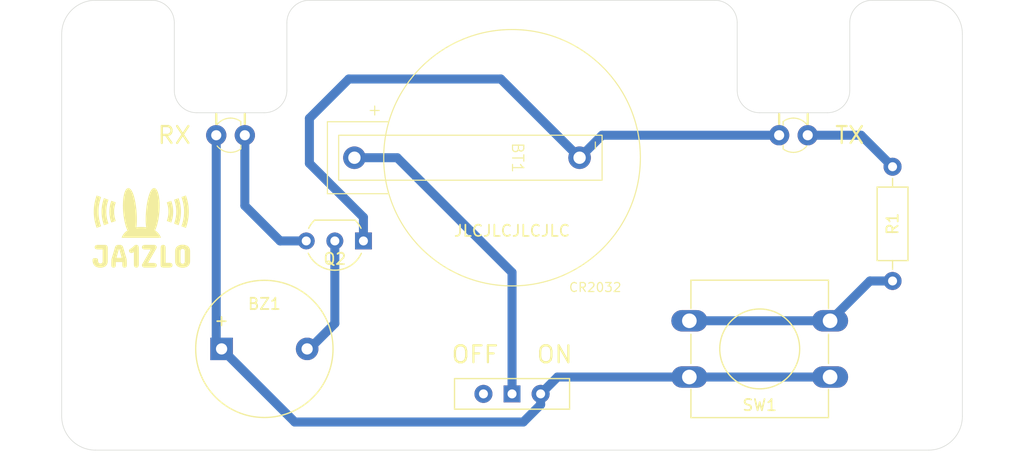
<source format=kicad_pcb>
(kicad_pcb (version 20240108) (generator "pcbnew") (generator_version "8.0")
  (layers (0 "F.Cu" signal) (31 "B.Cu" signal) (34 "B.Paste" user) (35 "F.Paste" user) (36 "B.SilkS" user "B.Silkscreen") (37 "F.SilkS" user "F.Silkscreen") (38 "B.Mask" user) (39 "F.Mask" user) (44 "Edge.Cuts" user))
  (net 0 "")
  (net 1 "VDD")
  (net 2 "Net-(BZ1--)")
  (net 3 "Net-(D1-A)")
  (net 4 "Net-(Q1-E)")
  (net 5 "GND")
  (net 6 "Net-(BT1-+)")
  (net 8 "Net-(R1-Pad2)")
  (footprint "Library:cr2032_akizuki" (layer "F.Cu") (at 130 64 -90)
    (property "Reference" "BT1")
    (property "Value" "Battery")
  )
  (footprint "MountingHole:MountingHole_3.2mm_M3" (layer "F.Cu") (at 94 54)
    (property "Reference" "REF**" (hide yes))
    (property "Value" "MountingHole_3.2mm_M3")
  )
  (footprint "MountingHole:MountingHole_3.2mm_M3" (layer "F.Cu") (at 166 54)
    (property "Reference" "REF**" (hide yes))
    (property "Value" "MountingHole_3.2mm_M3")
  )
  (footprint "MountingHole:MountingHole_3.2mm_M3" (layer "F.Cu") (at 94 86)
    (property "Reference" "REF**" (hide yes))
    (property "Value" "MountingHole_3.2mm_M3")
  )
  (footprint "MountingHole:MountingHole_3.2mm_M3" (layer "F.Cu") (at 166 86)
    (property "Reference" "REF**" (hide yes))
    (property "Value" "MountingHole_3.2mm_M3")
  )
  (footprint "LED_THT:LED_D3.0mm" (layer "F.Cu") (at 153.725 62)
    (property "Reference" "D1" (hide yes))
    (property "Value" "LED")
  )
  (footprint "Button_Switch_THT:SW_Slide-03_Wuerth-WS-SLTV_10x2.5x6.4_P2.54mm" (layer "F.Cu") (at 130 85 180)
    (property "Reference" "SW2" (hide yes))
    (property "Value" "SW_SPDT_312")
  )
  (footprint "LED_THT:LED_D3.0mm" (layer "F.Cu") (at 103.725 62)
    (property "Reference" "Q1" (hide yes))
    (property "Value" "BPW40")
  )
  (footprint "Button_Switch_THT:SW_PUSH-12mm" (layer "F.Cu") (at 158.25 83.5 180)
    (property "Reference" "SW1")
    (property "Value" "SW_Push")
  )
  (footprint "Buzzer_Beeper:Buzzer_12x9.5RM7.6" (layer "F.Cu") (at 104.2 81)
    (property "Reference" "BZ1")
    (property "Value" "Buzzer")
  )
  (footprint "Package_TO_SOT_THT:TO-92_Inline_Wide" (layer "F.Cu") (at 116.8 71.4 180)
    (property "Reference" "Q2")
    (property "Value" "2SC1815")
  )
  (footprint "Resistor_THT:R_Axial_DIN0207_L6.3mm_D2.5mm_P10.16mm_Horizontal" (layer "F.Cu") (at 163.8 64.8 -90)
    (property "Reference" "R1")
    (property "Value" "R")
  )
  (gr_poly (pts (xy 94.151122 67.736885) (xy 94.108298 67.862405) (xy 94.070503 67.99014) (xy 94.037946 68.120003) (xy 94.023698 68.185706) (xy 94.010838 68.251909) (xy 93.999393 68.318601) (xy 93.989389 68.385772) (xy 93.980852 68.45341) (xy 93.973808 68.521506) (xy 93.968284 68.590049) (xy 93.964305 68.659027) (xy 93.961899 68.72843) (xy 93.961091 68.798248) (xy 93.961899 68.868042) (xy 93.964305 68.937424) (xy 93.968284 69.006383) (xy 93.973808 69.074908) (xy 93.980852 69.142989) (xy 93.989389 69.210613) (xy 93.999393 69.277771) (xy 94.010838 69.34445) (xy 94.023698 69.41064) (xy 94.037946 69.47633) (xy 94.053557 69.541508) (xy 94.070503 69.606163) (xy 94.088759 69.670285) (xy 94.108298 69.733861) (xy 94.151122 69.859336) (xy 93.754799 70.003616) (xy 93.70612 69.861084) (xy 93.663177 69.71602) (xy 93.626203 69.568527) (xy 93.610026 69.493902) (xy 93.595429 69.418709) (xy 93.582441 69.34296) (xy 93.57109 69.266668) (xy 93.561405 69.189847) (xy 93.553416 69.112509) (xy 93.547152 69.034667) (xy 93.542642 68.956335) (xy 93.539914 68.877524) (xy 93.538999 68.798248) (xy 93.539916 68.718948) (xy 93.542648 68.640116) (xy 93.547164 68.561765) (xy 93.553436 68.483907) (xy 93.561433 68.406556) (xy 93.571126 68.329724) (xy 93.582485 68.253423) (xy 93.595481 68.177667) (xy 93.610084 68.102468) (xy 93.626263 68.027839) (xy 93.64399 67.953792) (xy 93.663235 67.880341) (xy 93.683968 67.807497) (xy 93.70616 67.735275) (xy 93.754799 67.592742)) (stroke (width -0.000001)) (fill solid) (layer "F.SilkS"))
  (gr_poly (pts (xy 99.767001 67.944061) (xy 99.801511 68.060659) (xy 99.831235 68.179201) (xy 99.844243 68.239175) (xy 99.855982 68.299606) (xy 99.86643 68.360482) (xy 99.875562 68.421794) (xy 99.883354 68.483531) (xy 99.889783 68.545684) (xy 99.894825 68.608242) (xy 99.898456 68.671196) (xy 99.900652 68.734534) (xy 99.901389 68.798248) (xy 99.900654 68.861937) (xy 99.898462 68.925254) (xy 99.894838 68.988189) (xy 99.889805 69.05073) (xy 99.883387 69.112867) (xy 99.875606 69.174591) (xy 99.866487 69.235889) (xy 99.856052 69.296753) (xy 99.844326 69.35717) (xy 99.831331 69.417132) (xy 99.81709 69.476626) (xy 99.801629 69.535644) (xy 99.784969 69.594174) (xy 99.767134 69.652205) (xy 99.728033 69.766732) (xy 99.33171 69.622452) (xy 99.364955 69.524982) (xy 99.394302 69.425787) (xy 99.419586 69.324934) (xy 99.430653 69.273908) (xy 99.440643 69.222494) (xy 99.449534 69.1707) (xy 99.457307 69.118536) (xy 99.46394 69.066009) (xy 99.469414 69.013129) (xy 99.473707 68.959905) (xy 99.476799 68.906344) (xy 99.478669 68.852455) (xy 99.479297 68.798248) (xy 99.478669 68.744016) (xy 99.476799 68.690102) (xy 99.473707 68.636516) (xy 99.469414 68.583266) (xy 99.463941 68.530362) (xy 99.457307 68.477813) (xy 99.449535 68.425627) (xy 99.440643 68.373813) (xy 99.430654 68.322381) (xy 99.419587 68.271338) (xy 99.407463 68.220694) (xy 99.394303 68.170458) (xy 99.380127 68.120639) (xy 99.364955 68.071245) (xy 99.33171 67.97377) (xy 99.727895 67.829489)) (stroke (width -0.000001)) (fill solid) (layer "F.SilkS"))
  (gr_poly (pts (xy 94.802244 67.973907) (xy 94.768959 68.071382) (xy 94.739593 68.170594) (xy 94.714306 68.271468) (xy 94.703243 68.322507) (xy 94.693259 68.373934) (xy 94.684375 68.42574) (xy 94.67661 68.477917) (xy 94.669985 68.530455) (xy 94.66452 68.583346) (xy 94.660235 68.636579) (xy 94.657149 68.690147) (xy 94.655283 68.744039) (xy 94.654657 68.798248) (xy 94.655283 68.852455) (xy 94.657149 68.906343) (xy 94.660235 68.959904) (xy 94.66452 69.013129) (xy 94.669985 69.066009) (xy 94.67661 69.118536) (xy 94.684375 69.1707) (xy 94.693259 69.222494) (xy 94.703243 69.273908) (xy 94.714306 69.324934) (xy 94.72643 69.375563) (xy 94.739593 69.425786) (xy 94.753776 69.475596) (xy 94.768959 69.524982) (xy 94.802244 69.622452) (xy 94.405921 69.766594) (xy 94.366814 69.652113) (xy 94.332304 69.535586) (xy 94.30258 69.417098) (xy 94.289572 69.357146) (xy 94.277833 69.296736) (xy 94.267385 69.235878) (xy 94.258253 69.174584) (xy 94.250461 69.112864) (xy 94.244032 69.050728) (xy 94.23899 68.988188) (xy 94.235359 68.925255) (xy 94.233164 68.861938) (xy 94.232426 68.798248) (xy 94.233164 68.734535) (xy 94.235359 68.671197) (xy 94.23899 68.608244) (xy 94.244032 68.545687) (xy 94.250461 68.483536) (xy 94.258253 68.421802) (xy 94.267385 68.360494) (xy 94.277833 68.299623) (xy 94.289572 68.2392) (xy 94.30258 68.179234) (xy 94.316831 68.119737) (xy 94.332304 68.060717) (xy 94.348973 68.002186) (xy 94.366814 67.944154) (xy 94.405921 67.829627)) (stroke (width -0.000001)) (fill solid) (layer "F.SilkS"))
  (gr_poly (pts (xy 101.088402 67.526171) (xy 101.139809 67.69979) (xy 101.184078 67.876315) (xy 101.203448 67.965629) (xy 101.220928 68.055625) (xy 101.236483 68.146285) (xy 101.250078 68.237595) (xy 101.261678 68.32954) (xy 101.271248 68.422105) (xy 101.278752 68.515273) (xy 101.284155 68.60903) (xy 101.287423 68.70336) (xy 101.28852 68.798248) (xy 101.287423 68.893112) (xy 101.284156 68.987421) (xy 101.278753 69.081159) (xy 101.27125 69.174312) (xy 101.261682 69.266863) (xy 101.250085 69.358796) (xy 101.236494 69.450098) (xy 101.220945 69.540751) (xy 101.203472 69.63074) (xy 101.184111 69.72005) (xy 101.162898 69.808665) (xy 101.139867 69.89657) (xy 101.115054 69.983749) (xy 101.088494 70.070187) (xy 101.030276 70.240776) (xy 100.633953 70.096495) (xy 100.686355 69.942964) (xy 100.732599 69.786713) (xy 100.772428 69.627852) (xy 100.789857 69.547478) (xy 100.805587 69.466492) (xy 100.819586 69.384909) (xy 100.831822 69.302742) (xy 100.842263 69.220004) (xy 100.850878 69.136711) (xy 100.857633 69.052875) (xy 100.862498 68.96851) (xy 100.86544 68.88363) (xy 100.866428 68.798248) (xy 100.86544 68.712842) (xy 100.862498 68.627941) (xy 100.857633 68.543558) (xy 100.850878 68.459706) (xy 100.842264 68.376399) (xy 100.831823 68.293651) (xy 100.819587 68.211474) (xy 100.805588 68.129884) (xy 100.789858 68.048892) (xy 100.772428 67.968513) (xy 100.753331 67.888761) (xy 100.732599 67.809647) (xy 100.710263 67.731188) (xy 100.686355 67.653395) (xy 100.633953 67.499863) (xy 101.030139 67.355582)) (stroke (width -0.000001)) (fill solid) (layer "F.SilkS"))
  (gr_poly (pts (xy 95.185968 71.7495) (xy 95.204537 71.750564) (xy 95.213503 71.751362) (xy 95.222259 71.752336) (xy 95.230804 71.753486) (xy 95.239138 71.754813) (xy 95.247263 71.756315) (xy 95.255178 71.757994) (xy 95.262884 71.759848) (xy 95.270381 71.761877) (xy 95.27767 71.764082) (xy 95.284751 71.766462) (xy 95.291624 71.769017) (xy 95.298291 71.771746) (xy 95.304828 71.774569) (xy 95.31121 71.777507) (xy 95.317437 71.780562) (xy 95.323509 71.783732) (xy 95.329426 71.787018) (xy 95.335187 71.790419) (xy 95.340794 71.793935) (xy 95.346246 71.797566) (xy 95.351543 71.801312) (xy 95.356685 71.805172) (xy 95.361672 71.809147) (xy 95.366503 71.813235) (xy 95.37118 71.817437) (xy 95.375702 71.821753) (xy 95.380068 71.826183) (xy 95.38428 71.830725) (xy 95.388411 71.835328) (xy 95.392432 71.840039) (xy 95.396343 71.84486) (xy 95.400145 71.849789) (xy 95.403836 71.854827) (xy 95.407418 71.859972) (xy 95.41089 71.865225) (xy 95.414252 71.870585) (xy 95.417505 71.876051) (xy 95.420647 71.881624) (xy 95.42368 71.887302) (xy 95.426603 71.893086) (xy 95.429416 71.898974) (xy 95.432119 71.904968) (xy 95.434713 71.911065) (xy 95.437197 71.917266) (xy 95.441951 71.929733) (xy 95.446604 71.942325) (xy 95.455611 71.967875) (xy 95.46423 71.993889) (xy 95.472474 72.020343) (xy 95.772335 73.038436) (xy 95.779501 73.239078) (xy 95.78141 73.289697) (xy 95.782791 73.33945) (xy 95.783628 73.388351) (xy 95.78391 73.436412) (xy 95.78391 73.479959) (xy 95.783656 73.507037) (xy 95.782911 73.533702) (xy 95.781701 73.559954) (xy 95.780052 73.585792) (xy 95.77898 73.598453) (xy 95.778261 73.604667) (xy 95.777421 73.610803) (xy 95.776459 73.616862) (xy 95.775377 73.622844) (xy 95.774174 73.628748) (xy 95.772851 73.634574) (xy 95.771409 73.640323) (xy 95.769848 73.645995) (xy 95.768168 73.651589) (xy 95.76637 73.657105) (xy 95.764454 73.662544) (xy 95.762421 73.667905) (xy 95.76027 73.673189) (xy 95.758003 73.678395) (xy 95.755568 73.683447) (xy 95.752965 73.68837) (xy 95.750194 73.693164) (xy 95.747257 73.69783) (xy 95.744152 73.702369) (xy 95.74088 73.70678) (xy 95.737441 73.711065) (xy 95.733836 73.715224) (xy 95.730064 73.719256) (xy 95.726127 73.723163) (xy 95.722023 73.726945) (xy 95.717754 73.730602) (xy 95.713319 73.734134) (xy 95.708719 73.737543) (xy 95.703954 73.740828) (xy 95.699023 73.74399) (xy 95.693854 73.746942) (xy 95.688423 73.749701) (xy 95.682731 73.752267) (xy 95.676777 73.75464) (xy 95.670561 73.756821) (xy 95.664084 73.75881) (xy 95.657345 73.760608) (xy 95.650344 73.762215) (xy 95.643082 73.763631) (xy 95.635558 73.764858) (xy 95.627773 73.765894) (xy 95.619726 73.766741) (xy 95.611418 73.767399) (xy 95.602847 73.767869) (xy 95.594016 73.76815) (xy 95.584922 73.768244) (xy 95.575677 73.76815) (xy 95.5667 73.767869) (xy 95.557991 73.767399) (xy 95.54955 73.766741) (xy 95.541377 73.765894) (xy 95.533472 73.764858) (xy 95.525835 73.763631) (xy 95.518466 73.762215) (xy 95.511366 73.760608) (xy 95.504533 73.75881) (xy 95.497968 73.756821) (xy 95.491672 73.75464) (xy 95.485644 73.752267) (xy 95.479883 73.749701) (xy 95.474391 73.746942) (xy 95.469167 73.74399) (xy 95.464211 73.74083) (xy 95.459419 73.73755) (xy 95.454793 73.73415) (xy 95.450331 73.73063) (xy 95.446034 73.726989) (xy 95.441901 73.723228) (xy 95.437933 73.719347) (xy 95.43413 73.715344) (xy 95.430492 73.71122) (xy 95.427018 73.706975) (xy 95.42371 73.702609) (xy 95.420565 73.698121) (xy 95.417586 73.693511) (xy 95.414771 73.688778) (xy 95.412121 73.683924) (xy 95.409636 73.678947) (xy 95.407268 73.673813) (xy 95.405024 73.668592) (xy 95.402902 73.663284) (xy 95.400903 73.657889) (xy 95.399026 73.652406) (xy 95.397272 73.646836) (xy 95.395641 73.64118) (xy 95.394133 73.635435) (xy 95.392747 73.629604) (xy 95.391485 73.623686) (xy 95.390344 73.61768) (xy 95.389327 73.611587) (xy 95.388432 73.605407) (xy 95.38766 73.599139) (xy 95.387011 73.592785) (xy 95.386485 73.586343) (xy 95.385038 73.560303) (xy 95.384004 73.533874) (xy 95.383384 73.507084) (xy 95.383177 73.479959) (xy 95.383177 73.277662) (xy 94.806056 73.277662) (xy 94.806056 73.479959) (xy 94.805802 73.507084) (xy 94.805057 73.533874) (xy 94.803847 73.560303) (xy 94.802198 73.586343) (xy 94.80172 73.592785) (xy 94.801112 73.599139) (xy 94.800376 73.605407) (xy 94.79951 73.611587) (xy 94.798516 73.61768) (xy 94.797392 73.623686) (xy 94.796139 73.629604) (xy 94.794756 73.635435) (xy 94.793245 73.64118) (xy 94.791604 73.646836) (xy 94.789834 73.652406) (xy 94.787935 73.657889) (xy 94.785907 73.663284) (xy 94.783749 73.668592) (xy 94.781463 73.673813) (xy 94.779047 73.678947) (xy 94.776537 73.683924) (xy 94.773866 73.688778) (xy 94.771034 73.693511) (xy 94.76804 73.698121) (xy 94.764884 73.702609) (xy 94.761567 73.706975) (xy 94.758089 73.71122) (xy 94.754449 73.715344) (xy 94.750647 73.719347) (xy 94.746684 73.723228) (xy 94.74256 73.726989) (xy 94.738274 73.73063) (xy 94.733827 73.73415) (xy 94.729218 73.73755) (xy 94.724447 73.74083) (xy 94.719515 73.74399) (xy 94.714341 73.746942) (xy 94.708896 73.749701) (xy 94.70318 73.752267) (xy 94.697194 73.75464) (xy 94.690936 73.756821) (xy 94.684409 73.75881) (xy 94.677611 73.760608) (xy 94.670544 73.762215) (xy 94.663206 73.763631) (xy 94.6556 73.764858) (xy 94.647724 73.765894) (xy 94.639579 73.766741) (xy 94.631165 73.767399) (xy 94.622482 73.767869) (xy 94.613531 73.76815) (xy 94.604312 73.768244) (xy 94.595066 73.76815) (xy 94.586089 73.767869) (xy 94.57738 73.767399) (xy 94.568939 73.766741) (xy 94.560766 73.765894) (xy 94.552861 73.764858) (xy 94.545225 73.763631) (xy 94.537856 73.762215) (xy 94.530755 73.760608) (xy 94.523923 73.75881) (xy 94.517358 73.756821) (xy 94.511062 73.75464) (xy 94.505033 73.752267) (xy 94.499273 73.749701) (xy 94.493781 73.746942) (xy 94.488557 73.74399) (xy 94.483602 73.740828) (xy 94.478816 73.737543) (xy 94.474198 73.734134) (xy 94.469749 73.730602) (xy 94.465468 73.726945) (xy 94.461356 73.723163) (xy 94.457414 73.719256) (xy 94.453641 73.715224) (xy 94.450037 73.711065) (xy 94.446603 73.70678) (xy 94.443339 73.702369) (xy 94.440246 73.69783) (xy 94.437322 73.693164) (xy 94.43457 73.68837) (xy 94.431988 73.683447) (xy 94.429577 73.678395) (xy 94.427289 73.673189) (xy 94.425126 73.667905) (xy 94.42309 73.662544) (xy 94.421179 73.657105) (xy 94.419395 73.651589) (xy 94.417737 73.645995) (xy 94.416204 73.640323) (xy 94.414797 73.634574) (xy 94.413517 73.628748) (xy 94.412362 73.622844) (xy 94.411334 73.616862) (xy 94.410431 73.610803) (xy 94.409654 73.604667) (xy 94.409003 73.598453) (xy 94.408478 73.592161) (xy 94.40808 73.585792) (xy 94.406835 73.559954) (xy 94.405978 73.533702) (xy 94.405483 73.507037) (xy 94.405323 73.479959) (xy 94.405323 73.436412) (xy 94.405444 73.390403) (xy 94.405875 73.341603) (xy 94.406495 73.290651) (xy 94.407528 73.239078) (xy 94.410835 73.136001) (xy 94.412317 73.085978) (xy 94.413592 73.038436) (xy 94.454953 72.897325) (xy 94.86669 72.897325) (xy 95.3253 72.897325) (xy 95.11198 72.123971) (xy 95.08001 72.123971) (xy 94.86669 72.897325) (xy 94.454953 72.897325) (xy 94.487575 72.786031) (xy 94.565176 72.530216) (xy 94.642725 72.273781) (xy 94.716759 72.020343) (xy 94.720415 72.007063) (xy 94.72425 71.993889) (xy 94.728263 71.980825) (xy 94.732452 71.967875) (xy 94.736815 71.95504) (xy 94.741351 71.942325) (xy 94.746058 71.929733) (xy 94.750935 71.917266) (xy 94.753519 71.911065) (xy 94.756205 71.904968) (xy 94.758994 71.898974) (xy 94.761886 71.893086) (xy 94.764879 71.887302) (xy 94.767973 71.881624) (xy 94.771169 71.876051) (xy 94.774465 71.870585) (xy 94.777861 71.865225) (xy 94.781357 71.859972) (xy 94.784952 71.854827) (xy 94.788646 71.849789) (xy 94.792438 71.84486) (xy 94.796329 71.840039) (xy 94.800317 71.835328) (xy 94.804403 71.830725) (xy 94.808661 71.826183) (xy 94.813065 71.821753) (xy 94.817613 71.817437) (xy 94.822306 71.813235) (xy 94.827144 71.809147) (xy 94.832126 71.805172) (xy 94.837252 71.801312) (xy 94.842523 71.797566) (xy 94.847936 71.793935) (xy 94.853494 71.790419) (xy 94.859194 71.787018) (xy 94.865038 71.783732) (xy 94.871025 71.780562) (xy 94.877154 71.777507) (xy 94.883426 71.774569) (xy 94.889841 71.771746) (xy 94.896416 71.769017) (xy 94.903224 71.766462) (xy 94.910264 71.764082) (xy 94.917535 71.761877) (xy 94.925037 71.759848) (xy 94.932769 71.757994) (xy 94.940732 71.756315) (xy 94.948924 71.754813) (xy 94.957345 71.753486) (xy 94.965996 71.752336) (xy 94.974875 71.751362) (xy 94.983982 71.750564) (xy 94.993317 71.749944) (xy 95.002879 71.7495) (xy 95.012668 71.749234) (xy 95.022683 71.749145) (xy 95.16655 71.749145)) (stroke (width -0.000001)) (fill solid) (layer "F.SilkS"))
  (gr_poly (pts (xy 93.855256 71.749258) (xy 93.865116 71.749597) (xy 93.874711 71.750161) (xy 93.884041 71.75095) (xy 93.893104 71.751963) (xy 93.901903 71.7532) (xy 93.910435 71.754661) (xy 93.9187 71.756346) (xy 93.9267 71.758253) (xy 93.934432 71.760382) (xy 93.941898 71.762734) (xy 93.949097 71.765307) (xy 93.956028 71.768102) (xy 93.962692 71.771117) (xy 93.969088 71.774353) (xy 93.975217 71.777808) (xy 93.981169 71.781471) (xy 93.986935 71.785275) (xy 93.992512 71.789222) (xy 93.997903 71.793309) (xy 94.003106 71.797538) (xy 94.008122 71.801908) (xy 94.01295 71.806419) (xy 94.017592 71.811071) (xy 94.022045 71.815863) (xy 94.026312 71.820796) (xy 94.030391 71.825868) (xy 94.034283 71.831081) (xy 94.037987 71.836433) (xy 94.041505 71.841924) (xy 94.044835 71.847555) (xy 94.047977 71.853325) (xy 94.051008 71.859239) (xy 94.053901 71.86525) (xy 94.056655 71.871358) (xy 94.059271 71.877563) (xy 94.061748 71.883867) (xy 94.064088 71.890268) (xy 94.06629 71.896767) (xy 94.068355 71.903365) (xy 94.070282 71.910061) (xy 94.072073 71.916856) (xy 94.073726 71.92375) (xy 94.075243 71.930743) (xy 94.076623 71.937835) (xy 94.077867 71.945027) (xy 94.078975 71.952318) (xy 94.079948 71.959709) (xy 94.081601 71.974528) (xy 94.083044 71.989423) (xy 94.084274 72.004397) (xy 94.085288 72.019447) (xy 94.086082 72.034576) (xy 94.086653 72.049781) (xy 94.086998 72.065065) (xy 94.087114 72.080425) (xy 94.087114 73.17679) (xy 94.086429 73.213584) (xy 94.084379 73.248935) (xy 94.082843 73.26607) (xy 94.080966 73.282845) (xy 94.078749 73.299261) (xy 94.076193 73.315317) (xy 94.073297 73.331016) (xy 94.070063 73.346356) (xy 94.066491 73.361339) (xy 94.06258 73.375964) (xy 94.058332 73.390232) (xy 94.053747 73.404144) (xy 94.048826 73.4177) (xy 94.043568 73.4309) (xy 94.038104 73.443727) (xy 94.032464 73.456267) (xy 94.026646 73.46852) (xy 94.020651 73.480486) (xy 94.01448 73.492165) (xy 94.008131 73.503558) (xy 94.001607 73.514665) (xy 93.994906 73.525486) (xy 93.988029 73.53602) (xy 93.980976 73.546269) (xy 93.973747 73.556233) (xy 93.966344 73.565912) (xy 93.958765 73.575305) (xy 93.951011 73.584414) (xy 93.943082 73.593238) (xy 93.934978 73.601777) (xy 93.926712 73.610003) (xy 93.918345 73.617991) (xy 93.909877 73.62574) (xy 93.901309 73.63325) (xy 93.89264 73.640522) (xy 93.88387 73.647556) (xy 93.874998 73.654353) (xy 93.866025 73.660912) (xy 93.85695 73.667233) (xy 93.847773 73.673318) (xy 93.838494 73.679165) (xy 93.829113 73.684776) (xy 93.819629 73.69015) (xy 93.810042 73.695287) (xy 93.800353 73.700189) (xy 93.79056 73.704854) (xy 93.771078 73.713536) (xy 93.751805 73.721601) (xy 93.732742 73.729053) (xy 93.71389 73.735894) (xy 93.695251 73.742128) (xy 93.676827 73.747758) (xy 93.658619 73.752788) (xy 93.64063 73.75722) (xy 93.623125 73.761135) (xy 93.606166 73.764614) (xy 93.589756 73.76766) (xy 93.573899 73.770277) (xy 93.558596 73.772467) (xy 93.543853 73.774234) (xy 93.529672 73.775581) (xy 93.516056 73.776511) (xy 93.491666 73.777959) (xy 93.472044 73.778992) (xy 93.457203 73.779612) (xy 93.447154 73.779819) (xy 93.408151 73.779263) (xy 93.370522 73.777592) (xy 93.334268 73.774804) (xy 93.299394 73.770896) (xy 93.265902 73.765863) (xy 93.233795 73.759704) (xy 93.203077 73.752414) (xy 93.173751 73.74399) (xy 93.145633 73.734572) (xy 93.118639 73.724504) (xy 93.092768 73.713784) (xy 93.068022 73.702408) (xy 93.044399 73.690373) (xy 93.033009 73.684108) (xy 93.0219 73.677676) (xy 93.011073 73.671078) (xy 93.000526 73.664314) (xy 92.99026 73.657382) (xy 92.980275 73.650283) (xy 92.970529 73.64299) (xy 92.961032 73.635582) (xy 92.951783 73.628056) (xy 92.942782 73.620415) (xy 92.934029 73.612657) (xy 92.925523 73.604783) (xy 92.917265 73.596792) (xy 92.909255 73.588686) (xy 92.901491 73.580463) (xy 92.893974 73.572123) (xy 92.886704 73.563668) (xy 92.879681 73.555096) (xy 92.872903 73.546408) (xy 92.866372 73.537603) (xy 92.860087 73.528683) (xy 92.854047 73.519646) (xy 92.84251 73.50132) (xy 92.831671 73.482932) (xy 92.82153 73.464482) (xy 92.812086 73.445973) (xy 92.80334 73.427405) (xy 92.795291 73.408781) (xy 92.78794 73.390102) (xy 92.781287 73.37137) (xy 92.775202 73.352753) (xy 92.769657 73.334317) (xy 92.764653 73.316062) (xy 92.760186 73.297988) (xy 92.756255 73.280096) (xy 92.752858 73.262383) (xy 92.749995 73.244852) (xy 92.747663 73.227502) (xy 92.745828 73.210442) (xy 92.744248 73.193988) (xy 92.74292 73.178137) (xy 92.741841 73.162889) (xy 92.741007 73.148242) (xy 92.740415 73.134194) (xy 92.740063 73.120743) (xy 92.739946 73.107888) (xy 92.739997 73.102269) (xy 92.740152 73.096365) (xy 92.740411 73.090177) (xy 92.740773 73.083704) (xy 92.741238 73.076948) (xy 92.741806 73.069907) (xy 92.742478 73.062581) (xy 92.743253 73.054972) (xy 92.743789 73.05113) (xy 92.744467 73.047305) (xy 92.745286 73.043495) (xy 92.746246 73.039702) (xy 92.747346 73.035925) (xy 92.748587 73.032164) (xy 92.749967 73.028419) (xy 92.751487 73.02469) (xy 92.753145 73.020977) (xy 92.754942 73.017281) (xy 92.756877 73.013601) (xy 92.75895 73.009936) (xy 92.76116 73.006288) (xy 92.763506 73.002656) (xy 92.76599 72.99904) (xy 92.768609 72.995441) (xy 92.771446 72.991833) (xy 92.77448 72.988297) (xy 92.777711 72.984832) (xy 92.781138 72.981439) (xy 92.784762 72.978118) (xy 92.788581 72.974868) (xy 92.792596 72.971691) (xy 92.796807 72.968587) (xy 92.801213 72.965555) (xy 92.805814 72.962596) (xy 92.810611 72.95971) (xy 92.815602 72.956897) (xy 92.820788 72.954158) (xy 92.826168 72.951492) (xy 92.831742 72.948901) (xy 92.837511 72.946383) (xy 92.843507 72.943929) (xy 92.849816 72.941629) (xy 92.856438 72.939486) (xy 92.863372 72.937499) (xy 92.87062 72.935669) (xy 92.878179 72.933995) (xy 92.886051 72.932479) (xy 92.894234 72.931121) (xy 92.902729 72.929921) (xy 92.911536 72.92888) (xy 92.920653 72.927998) (xy 92.930082 72.927276) (xy 92.939822 72.926713) (xy 92.949873 72.92631) (xy 92.960233 72.926069) (xy 92.970905 72.925988) (xy 92.978268 72.926052) (xy 92.986093 72.926242) (xy 92.994377 72.926555) (xy 93.003116 72.926987) (xy 93.021948 72.928197) (xy 93.042562 72.929847) (xy 93.053369 72.930867) (xy 93.064083 72.932271) (xy 93.074704 72.934057) (xy 93.08523 72.93622) (xy 93.095659 72.938758) (xy 93.105989 72.941668) (xy 93.116219 72.944945) (xy 93.126347 72.948588) (xy 93.13139 72.950505) (xy 93.13634 72.952535) (xy 93.141196 72.954677) (xy 93.145958 72.956932) (xy 93.150627 72.959298) (xy 93.155202 72.961777) (xy 93.159683 72.964368) (xy 93.164071 72.967071) (xy 93.168365 72.969885) (xy 93.172565 72.97281) (xy 93.176672 72.975846) (xy 93.180685 72.978993) (xy 93.184604 72.98225) (xy 93.18843 72.985618) (xy 93.192162 72.989096) (xy 93.1958 72.992685) (xy 93.19933 72.996355) (xy 93.202634 73.000184) (xy 93.205711 73.004172) (xy 93.208562 73.008317) (xy 93.211186 73.012621) (xy 93.213582 73.017083) (xy 93.215752 73.021703) (xy 93.217694 73.026482) (xy 93.219408 73.031418) (xy 93.220894 73.036513) (xy 93.222152 73.041767) (xy 93.223182 73.047178) (xy 93.223983 73.052748) (xy 93.224556 73.058476) (xy 93.2249 73.064362) (xy 93.225014 73.070407) (xy 93.225157 73.089598) (xy 93.225587 73.108309) (xy 93.226308 73.126539) (xy 93.227323 73.144286) (xy 93.228634 73.161549) (xy 93.230247 73.178326) (xy 93.232162 73.194615) (xy 93.234385 73.210415) (xy 93.236943 73.225582) (xy 93.239968 73.240178) (xy 93.243461 73.254203) (xy 93.245384 73.261001) (xy 93.247425 73.267655) (xy 93.249583 73.274165) (xy 93.251859 73.280532) (xy 93.254254 73.286754) (xy 93.256767 73.292832) (xy 93.259399 73.298766) (xy 93.26215 73.304554) (xy 93.26502 73.310198) (xy 93.268009 73.315697) (xy 93.271181 73.320994) (xy 93.274494 73.326135) (xy 93.27795 73.331122) (xy 93.281548 73.335954) (xy 93.285288 73.340631) (xy 93.28917 73.345152) (xy 93.293195 73.349519) (xy 93.297361 73.353731) (xy 93.30167 73.357787) (xy 93.30612 73.361689) (xy 93.310713 73.365435) (xy 93.315448 73.369027) (xy 93.320325 73.372463) (xy 93.325344 73.375745) (xy 93.330505 73.378871) (xy 93.335808 73.381843) (xy 93.341331 73.384646) (xy 93.347048 73.387269) (xy 93.352957 73.38971) (xy 93.359058 73.391971) (xy 93.365352 73.394051) (xy 93.371838 73.39595) (xy 93.378515 73.397668) (xy 93.385383 73.399206) (xy 93.392442 73.400562) (xy 93.399691 73.401738) (xy 93.407129 73.402732) (xy 93.414757 73.403546) (xy 93.422574 73.404179) (xy 93.430579 73.404632) (xy 93.438772 73.404903) (xy 93.447154 73.404993) (xy 93.455838 73.404882) (xy 93.464271 73.404547) (xy 93.472452 73.40399) (xy 93.480379 73.403208) (xy 93.488055 73.402203) (xy 93.495477 73.400975) (xy 93.502646 73.399522) (xy 93.509561 73.397845) (xy 93.516224 73.395943) (xy 93.522632 73.393817) (xy 93.528787 73.391466) (xy 93.534687 73.38889) (xy 93.540333 73.386089) (xy 93.545724 73.383062) (xy 93.550861 73.379809) (xy 93.555743 73.376331) (xy 93.560416 73.372661) (xy 93.564929 73.36894) (xy 93.569281 73.365167) (xy 93.573472 73.361342) (xy 93.577504 73.357464) (xy 93.581376 73.353533) (xy 93.585089 73.34955) (xy 93.588644 73.345514) (xy 93.59204 73.341424) (xy 93.595278 73.337281) (xy 93.598359 73.333084) (xy 93.601283 73.328833) (xy 93.60405 73.324528) (xy 93.606661 73.320169) (xy 93.609116 73.315755) (xy 93.611416 73.311287) (xy 93.613831 73.306147) (xy 93.616118 73.300907) (xy 93.618276 73.295566) (xy 93.620304 73.290126) (xy 93.622203 73.284585) (xy 93.623973 73.278944) (xy 93.625614 73.273203) (xy 93.627125 73.267362) (xy 93.628507 73.261421) (xy 93.629761 73.255379) (xy 93.630885 73.249238) (xy 93.631879 73.242996) (xy 93.632745 73.236655) (xy 93.633481 73.230213) (xy 93.634088 73.223671) (xy 93.634566 73.217029) (xy 93.634566 72.158698) (xy 93.256434 72.158698) (xy 93.241964 72.158614) (xy 93.227495 72.15836) (xy 93.213025 72.157935) (xy 93.198556 72.157337) (xy 93.184087 72.156565) (xy 93.169617 72.155617) (xy 93.155148 72.154491) (xy 93.140678 72.153186) (xy 93.12648 72.151468) (xy 93.112618 72.149312) (xy 93.099092 72.14672) (xy 93.085902 72.143694) (xy 93.073047 72.140235) (xy 93.060529 72.136345) (xy 93.048346 72.132026) (xy 93.036499 72.127278) (xy 93.030702 72.124667) (xy 93.02504 72.121898) (xy 93.019513 72.118971) (xy 93.014121 72.115886) (xy 93.008864 72.112644) (xy 93.003742 72.109244) (xy 92.998754 72.105688) (xy 92.9939 72.101974) (xy 92.989181 72.098104) (xy 92.984595 72.094078) (xy 92.980143 72.089895) (xy 92.975825 72.085557) (xy 92.971639 72.081062) (xy 92.967587 72.076412) (xy 92.963667 72.071606) (xy 92.95988 72.066645) (xy 92.956327 72.061442) (xy 92.953007 72.056013) (xy 92.949918 72.050358) (xy 92.94706 72.044478) (xy 92.944434 72.038373) (xy 92.942037 72.032042) (xy 92.939871 72.025487) (xy 92.937935 72.018707) (xy 92.936228 72.011702) (xy 92.93475 72.004473) (xy 92.9335 71.99702) (xy 92.932479 71.989344) (xy 92.931685 71.981443) (xy 92.931119 71.973319) (xy 92.930779 71.964972) (xy 92.930666 71.956402) (xy 92.930779 71.947703) (xy 92.931119 71.939226) (xy 92.931685 71.930973) (xy 92.932479 71.922942) (xy 92.9335 71.915134) (xy 92.93475 71.907549) (xy 92.936228 71.900186) (xy 92.937935 71.893047) (xy 92.939871 71.886131) (xy 92.942037 71.879437) (xy 92.944434 71.872966) (xy 92.94706 71.866718) (xy 92.949918 71.860693) (xy 92.953007 71.85489) (xy 92.956327 71.849311) (xy 92.95988 71.843954) (xy 92.963667 71.838817) (xy 92.967587 71.833846) (xy 92.971639 71.829039) (xy 92.975825 71.824397) (xy 92.980143 71.819921) (xy 92.984595 71.815611) (xy 92.989181 71.811467) (xy 92.9939 71.807488) (xy 92.998754 71.803676) (xy 93.003742 71.800031) (xy 93.008864 71.796552) (xy 93.014121 71.793241) (xy 93.019513 71.790096) (xy 93.02504 71.787119) (xy 93.030702 71.784309) (xy 93.036499 71.781667) (xy 93.04238 71.779117) (xy 93.048346 71.776687) (xy 93.054395 71.774376) (xy 93.060529 71.772185) (xy 93.066746 71.770113) (xy 93.073047 71.76816) (xy 93.079432 71.766327) (xy 93.085902 71.764614) (xy 93.092455 71.76302) (xy 93.099092 71.761546) (xy 93.105813 71.760191) (xy 93.112618 71.758955) (xy 93.12648 71.756843) (xy 93.140678 71.755209) (xy 93.155148 71.753801) (xy 93.169617 71.752576) (xy 93.184087 71.751534) (xy 93.198556 71.750678) (xy 93.213025 71.75001) (xy 93.227495 71.749531) (xy 93.241964 71.749242) (xy 93.256434 71.749145) (xy 93.84513 71.749145)) (stroke (width -0.000001)) (fill solid) (layer "F.SilkS"))
  (gr_poly (pts (xy 96.638343 71.749265) (xy 96.647333 71.749623) (xy 96.65608 71.750219) (xy 96.664585 71.751053) (xy 96.672846 71.752124) (xy 96.680864 71.753433) (xy 96.688639 71.754978) (xy 96.69617 71.756759) (xy 96.703457 71.758776) (xy 96.7105 71.761028) (xy 96.717299 71.763516) (xy 96.723853 71.766237) (xy 96.730163 71.769193) (xy 96.736228 71.772383) (xy 96.742048 71.775806) (xy 96.747622 71.779463) (xy 96.753042 71.783332) (xy 96.758294 71.787343) (xy 96.763378 71.791495) (xy 96.768295 71.79579) (xy 96.773045 71.800225) (xy 96.777628 71.804802) (xy 96.782044 71.80952) (xy 96.786293 71.814378) (xy 96.790377 71.819377) (xy 96.794294 71.824516) (xy 96.798045 71.829795) (xy 96.80163 71.835214) (xy 96.80505 71.840773) (xy 96.808305 71.846471) (xy 96.811395 71.852309) (xy 96.814319 71.858286) (xy 96.817069 71.86433) (xy 96.819687 71.870475) (xy 96.822172 71.876719) (xy 96.824525 71.883063) (xy 96.826746 71.889506) (xy 96.828834 71.896048) (xy 96.830789 71.902689) (xy 96.832613 71.909428) (xy 96.834303 71.916266) (xy 96.835862 71.923203) (xy 96.837288 71.930237) (xy 96.838581 71.93737) (xy 96.839742 71.9446) (xy 96.840771 71.951928) (xy 96.841667 71.959353) (xy 96.842431 71.966875) (xy 96.844804 71.997312) (xy 96.84575 72.01257) (xy 96.846531 72.027853) (xy 96.847144 72.043162) (xy 96.847586 72.058497) (xy 96.847853 72.073858) (xy 96.847943 72.089245) (xy 96.847943 73.427593) (xy 96.847853 73.443562) (xy 96.847586 73.45943) (xy 96.847144 73.475202) (xy 96.846531 73.490879) (xy 96.84575 73.506467) (xy 96.844804 73.521967) (xy 96.842431 73.552718) (xy 96.840771 73.567808) (xy 96.838581 73.582484) (xy 96.835862 73.596747) (xy 96.832613 73.610596) (xy 96.830789 73.617366) (xy 96.828834 73.624032) (xy 96.826746 73.630595) (xy 96.824525 73.637054) (xy 96.822172 73.643411) (xy 96.819687 73.649663) (xy 96.817069 73.655813) (xy 96.814319 73.661859) (xy 96.811395 73.667731) (xy 96.808305 73.673461) (xy 96.80505 73.67905) (xy 96.80163 73.684498) (xy 96.798045 73.689805) (xy 96.794294 73.694972) (xy 96.790377 73.7) (xy 96.786293 73.704888) (xy 96.782044 73.709638) (xy 96.777628 73.714249) (xy 96.773045 73.718721) (xy 96.768295 73.723057) (xy 96.763378 73.727255) (xy 96.758294 73.731316) (xy 96.753042 73.73524) (xy 96.747622 73.739029) (xy 96.742048 73.742582) (xy 96.736228 73.745903) (xy 96.730163 73.748992) (xy 96.723853 73.751849) (xy 96.717299 73.754476) (xy 96.7105 73.756872) (xy 96.703457 73.759038) (xy 96.69617 73.760975) (xy 96.688639 73.762682) (xy 96.680864 73.76416) (xy 96.672846 73.765409) (xy 96.664585 73.766431) (xy 96.65608 73.767225) (xy 96.647333 73.767791) (xy 96.638343 73.768131) (xy 96.629111 73.768244) (xy 96.619654 73.768131) (xy 96.610456 73.767791) (xy 96.601517 73.767225) (xy 96.592836 73.766431) (xy 96.584415 73.765409) (xy 96.576253 73.76416) (xy 96.568351 73.762682) (xy 96.560709 73.760975) (xy 96.553327 73.759038) (xy 96.546204 73.756872) (xy 96.539343 73.754476) (xy 96.532741 73.751849) (xy 96.526401 73.748992) (xy 96.520322 73.745903) (xy 96.514503 73.742582) (xy 96.508947 73.739029) (xy 96.503651 73.73524) (xy 96.498515 73.731316) (xy 96.493536 73.727255) (xy 96.488717 73.723057) (xy 96.484057 73.718722) (xy 96.479556 73.714249) (xy 96.475215 73.709638) (xy 96.471033 73.704888) (xy 96.467011 73.7) (xy 96.463149 73.694972) (xy 96.459448 73.689805) (xy 96.455907 73.684498) (xy 96.452527 73.67905) (xy 96.449307 73.673461) (xy 96.446249 73.667731) (xy 96.443352 73.66186) (xy 96.44065 73.655813) (xy 96.438074 73.649664) (xy 96.435625 73.643411) (xy 96.433301 73.637055) (xy 96.431103 73.630595) (xy 96.429031 73.624032) (xy 96.427085 73.617366) (xy 96.425265 73.610596) (xy 96.423571 73.603723) (xy 96.422003 73.596747) (xy 96.420561 73.589667) (xy 96.419245 73.582484) (xy 96.418055 73.575198) (xy 96.416991 73.567808) (xy 96.416052 73.560315) (xy 96.41524 73.552718) (xy 96.413935 73.537383) (xy 96.412809 73.521967) (xy 96.411861 73.506467) (xy 96.411089 73.490879) (xy 96.410491 73.475202) (xy 96.410066 73.45943) (xy 96.409812 73.443562) (xy 96.409728 73.427593) (xy 96.409728 72.380837) (xy 96.403753 72.38614) (xy 96.397712 72.391302) (xy 96.391607 72.396321) (xy 96.385436 72.401198) (xy 96.379198 72.405932) (xy 96.372894 72.410525) (xy 96.366523 72.414976) (xy 96.360084 72.419284) (xy 96.353578 72.423451) (xy 96.347003 72.427475) (xy 96.34036 72.431357) (xy 96.333647 72.435097) (xy 96.326866 72.438695) (xy 96.320014 72.442151) (xy 96.313092 72.445465) (xy 96.3061 72.448636) (xy 96.298991 72.451588) (xy 96.291721 72.454347) (xy 96.284291 72.456913) (xy 96.2767 72.459286) (xy 96.26895 72.461467) (xy 96.26104 72.463456) (xy 96.25297 72.465254) (xy 96.244743 72.466861) (xy 96.236357 72.468277) (xy 96.227813 72.469504) (xy 96.219111 72.47054) (xy 96.210253 72.471387) (xy 96.201238 72.472045) (xy 96.192067 72.472515) (xy 96.18274 72.472796) (xy 96.173257 72.47289) (xy 96.167831 72.472825) (xy 96.162457 72.472632) (xy 96.157135 72.472309) (xy 96.151865 72.471857) (xy 96.146648 72.471275) (xy 96.141483 72.470565) (xy 96.136371 72.469725) (xy 96.131313 72.468756) (xy 96.126308 72.467658) (xy 96.121356 72.46643) (xy 96.116458 72.465074) (xy 96.111614 72.463588) (xy 96.106823 72.461973) (xy 96.102088 72.460229) (xy 96.097406 72.458356) (xy 96.09278 72.456353) (xy 96.088273 72.454241) (xy 96.083846 72.452039) (xy 96.079501 72.449745) (xy 96.075238 72.447362) (xy 96.071056 72.444888) (xy 96.066955 72.442324) (xy 96.062937 72.439669) (xy 96.059001 72.436923) (xy 96.055147 72.434088) (xy 96.051375 72.431162) (xy 96.047687 72.428145) (xy 96.044081 72.425038) (xy 96.040559 72.42184) (xy 96.03712 72.418552) (xy 96.033764 72.415174) (xy 96.030492 72.411705) (xy 96.027279 72.408162) (xy 96.024149 72.40456) (xy 96.021103 72.4009) (xy 96.018142 72.39718) (xy 96.015264 72.3934) (xy 96.01247 72.38956) (xy 96.00976 72.38566) (xy 96.007135 72.381698) (xy 96.004593 72.377676) (xy 96.002135 72.373591) (xy 95.999761 72.369444) (xy 95.997471 72.365235) (xy 95.995265 72.360963) (xy 95.993143 72.356627) (xy 95.991105 72.352228) (xy 95.989151 72.347764) (xy 95.987349 72.343202) (xy 95.985663 72.338611) (xy 95.984093 72.33399) (xy 95.98264 72.329339) (xy 95.981303 72.324659) (xy 95.980082 72.319949) (xy 95.978977 72.315208) (xy 95.977989 72.310437) (xy 95.977117 72.305635) (xy 95.976361 72.300802) (xy 95.975722 72.295938) (xy 95.975199 72.291043) (xy 95.974792 72.286117) (xy 95.974501 72.281158) (xy 95.974326 72.276168) (xy 95.974268 72.271146) (xy 95.974463 72.261276) (xy 95.974706 72.256459) (xy 95.975048 72.25172) (xy 95.975488 72.24706) (xy 95.976027 72.24248) (xy 95.976665 72.237979) (xy 95.977403 72.23356) (xy 95.978242 72.22922) (xy 95.97918 72.224962) (xy 95.98022 72.220786) (xy 95.981361 72.216691) (xy 95.982604 72.212679) (xy 95.983949 72.20875) (xy 95.985396 72.204904) (xy 95.986947 72.201141) (xy 95.988639 72.197453) (xy 95.990409 72.193829) (xy 95.992256 72.19027) (xy 95.994181 72.186775) (xy 95.996184 72.183345) (xy 95.998264 72.17998) (xy 96.000421 72.176679) (xy 96.002656 72.173443) (xy 96.004969 72.170271) (xy 96.007359 72.167164) (xy 96.009826 72.164122) (xy 96.012371 72.161144) (xy 96.014994 72.158231) (xy 96.017694 72.155382) (xy 96.020471 72.152598) (xy 96.023327 72.149879) (xy 96.029224 72.144575) (xy 96.035343 72.139412) (xy 96.041685 72.134387) (xy 96.048252 72.129501) (xy 96.055044 72.124749) (xy 96.062064 72.120132) (xy 96.069314 72.115647) (xy 96.076794 72.111294) (xy 96.092142 72.102431) (xy 96.108007 72.093414) (xy 96.124388 72.084241) (xy 96.141287 72.074914) (xy 96.159083 72.063054) (xy 96.176401 72.05114) (xy 96.193241 72.039172) (xy 96.209603 72.027147) (xy 96.225487 72.015064) (xy 96.240893 72.002922) (xy 96.255821 71.990718) (xy 96.270271 71.978451) (xy 96.298122 71.954368) (xy 96.32441 71.931098) (xy 96.349122 71.90863) (xy 96.372245 71.886949) (xy 96.393846 71.866251) (xy 96.414 71.847141) (xy 96.432706 71.829608) (xy 96.449966 71.813637) (xy 96.458105 71.806378) (xy 96.465986 71.799689) (xy 96.473608 71.793576) (xy 96.480972 71.788041) (xy 96.488078 71.783087) (xy 96.491534 71.780829) (xy 96.494925 71.778718) (xy 96.498252 71.776753) (xy 96.501514 71.774936) (xy 96.504711 71.773267) (xy 96.507844 71.771746) (xy 96.514846 71.768339) (xy 96.52159 71.765165) (xy 96.528075 71.76225) (xy 96.531221 71.760897) (xy 96.534302 71.759618) (xy 96.537455 71.758423) (xy 96.540609 71.757317) (xy 96.543766 71.756298) (xy 96.546929 71.755364) (xy 96.550097 71.754514) (xy 96.553274 71.753747) (xy 96.55646 71.753061) (xy 96.559658 71.752454) (xy 96.562998 71.751956) (xy 96.566404 71.7515) (xy 96.569878 71.751085) (xy 96.573421 71.750713) (xy 96.577036 71.750387) (xy 96.580723 71.750108) (xy 96.584484 71.749877) (xy 96.588321 71.749696) (xy 96.596846 71.749494) (xy 96.606494 71.749318) (xy 96.617253 71.749193) (xy 96.629111 71.749145)) (stroke (width -0.000001)) (fill solid) (layer "F.SilkS"))
  (gr_poly (pts (xy 93.5 67.5) (xy 93.447598 67.653487) (xy 93.401355 67.809705) (xy 93.361526 67.968547) (xy 93.344096 68.048917) (xy 93.328366 68.129901) (xy 93.314367 68.211486) (xy 93.302131 68.293658) (xy 93.29169 68.376403) (xy 93.283076 68.459708) (xy 93.276321 68.543558) (xy 93.271456 68.627941) (xy 93.268514 68.712842) (xy 93.267526 68.798248) (xy 93.268514 68.88363) (xy 93.271456 68.96851) (xy 93.276321 69.052874) (xy 93.283076 69.136709) (xy 93.29169 69.22) (xy 93.302131 69.302734) (xy 93.314367 69.384897) (xy 93.328366 69.466475) (xy 93.344096 69.547453) (xy 93.361526 69.627819) (xy 93.380622 69.707557) (xy 93.401355 69.786655) (xy 93.42369 69.865098) (xy 93.447598 69.942872) (xy 93.5 70.096358) (xy 93.103677 70.240638) (xy 93.045459 70.070055) (xy 92.994087 69.896454) (xy 92.949842 69.719956) (xy 92.930482 69.630658) (xy 92.913009 69.540682) (xy 92.897459 69.450042) (xy 92.883868 69.358753) (xy 92.872272 69.266831) (xy 92.862704 69.17429) (xy 92.855201 69.081146) (xy 92.849798 68.987415) (xy 92.84653 68.89311) (xy 92.845433 68.798248) (xy 92.84653 68.70336) (xy 92.849798 68.60903) (xy 92.855201 68.515274) (xy 92.862704 68.422107) (xy 92.872272 68.329545) (xy 92.883868 68.237603) (xy 92.897459 68.146297) (xy 92.913009 68.055642) (xy 92.930482 67.965654) (xy 92.949842 67.876349) (xy 92.971056 67.787742) (xy 92.994087 67.699848) (xy 93.0189 67.612684) (xy 93.045459 67.526264) (xy 93.103677 67.35572)) (stroke (width -0.000001)) (fill solid) (layer "F.SilkS"))
  (gr_poly (pts (xy 98.217177 71.749221) (xy 98.223853 71.749449) (xy 98.230433 71.749827) (xy 98.236918 71.750358) (xy 98.243308 71.751039) (xy 98.249602 71.751871) (xy 98.255802 71.752853) (xy 98.261908 71.753986) (xy 98.26792 71.755269) (xy 98.273839 71.756702) (xy 98.279665 71.758285) (xy 98.285399 71.760017) (xy 98.291041 71.761899) (xy 98.296591 71.76393) (xy 98.302049 71.766109) (xy 98.307417 71.768438) (xy 98.312735 71.770915) (xy 98.31794 71.77349) (xy 98.323033 71.776161) (xy 98.328013 71.778929) (xy 98.33288 71.781793) (xy 98.337636 71.784755) (xy 98.34228 71.787814) (xy 98.346812 71.790969) (xy 98.351233 71.794221) (xy 98.355542 71.797571) (xy 98.359741 71.801017) (xy 98.363829 71.80456) (xy 98.367806 71.8082) (xy 98.371672 71.811937) (xy 98.375429 71.815771) (xy 98.379075 71.819701) (xy 98.382589 71.823659) (xy 98.385999 71.827678) (xy 98.389305 71.831759) (xy 98.392507 71.835899) (xy 98.395603 71.840101) (xy 98.398595 71.844363) (xy 98.40148 71.848685) (xy 98.404259 71.853067) (xy 98.406932 71.857508) (xy 98.409497 71.86201) (xy 98.411955 71.86657) (xy 98.414306 71.87119) (xy 98.416548 71.875869) (xy 98.418682 71.880606) (xy 98.420706 71.885402) (xy 98.422621 71.890257) (xy 98.424475 71.895163) (xy 98.426212 71.900062) (xy 98.427832 71.904955) (xy 98.429335 71.909842) (xy 98.43072 71.914722) (xy 98.431986 71.919596) (xy 98.433134 71.924463) (xy 98.434162 71.929324) (xy 98.435072 71.934178) (xy 98.435861 71.939026) (xy 98.43653 71.943868) (xy 98.437078 71.948703) (xy 98.437505 71.953531) (xy 98.437811 71.958353) (xy 98.437994 71.963169) (xy 98.438056 71.967978) (xy 98.437985 71.973481) (xy 98.437773 71.978931) (xy 98.437423 71.984326) (xy 98.436936 71.989665) (xy 98.436312 71.994945) (xy 98.435555 72.000166) (xy 98.434666 72.005325) (xy 98.433645 72.010421) (xy 98.432586 72.015324) (xy 98.431374 72.020108) (xy 98.43001 72.024774) (xy 98.428495 72.029318) (xy 98.426832 72.033739) (xy 98.425022 72.038036) (xy 98.423067 72.042207) (xy 98.420967 72.04625) (xy 97.679584 73.33554) (xy 97.699979 73.355935) (xy 98.115044 73.355935) (xy 98.129126 73.356032) (xy 98.143259 73.356321) (xy 98.157444 73.3568) (xy 98.171681 73.357468) (xy 98.185969 73.358324) (xy 98.200309 73.359365) (xy 98.214701 73.360591) (xy 98.229145 73.361999) (xy 98.243447 73.363633) (xy 98.257416 73.365745) (xy 98.271056 73.368335) (xy 98.28437 73.371404) (xy 98.29736 73.37495) (xy 98.310031 73.378974) (xy 98.322386 73.383476) (xy 98.334427 73.388457) (xy 98.340276 73.391094) (xy 98.345989 73.393889) (xy 98.351566 73.396843) (xy 98.357007 73.399955) (xy 98.362312 73.403225) (xy 98.36748 73.406653) (xy 98.37251 73.41024) (xy 98.377404 73.413985) (xy 98.382161 73.417888) (xy 98.38678 73.42195) (xy 98.391262 73.426169) (xy 98.395605 73.430547) (xy 98.399811 73.435084) (xy 98.403878 73.439778) (xy 98.407807 73.444631) (xy 98.411597 73.449641) (xy 98.415201 73.454798) (xy 98.418573 73.46019) (xy 98.421712 73.465818) (xy 98.424619 73.471681) (xy 98.427293 73.477781) (xy 98.429735 73.484116) (xy 98.431944 73.490687) (xy 98.433921 73.497494) (xy 98.435665 73.504536) (xy 98.437176 73.511814) (xy 98.438455 73.519328) (xy 98.439502 73.527078) (xy 98.440316 73.535064) (xy 98.440897 73.543285) (xy 98.441246 73.551743) (xy 98.441362 73.560435) (xy 98.441246 73.569356) (xy 98.440897 73.578032) (xy 98.440316 73.586463) (xy 98.439502 73.59465) (xy 98.438455 73.602592) (xy 98.437176 73.610292) (xy 98.435665 73.617748) (xy 98.433921 73.624962) (xy 98.431944 73.631934) (xy 98.429735 73.638663) (xy 98.427293 73.645152) (xy 98.424619 73.651399) (xy 98.421712 73.657406) (xy 98.418573 73.663172) (xy 98.415201 73.668699) (xy 98.411597 73.673986) (xy 98.407807 73.679023) (xy 98.403878 73.683901) (xy 98.399811 73.688622) (xy 98.395605 73.693186) (xy 98.391262 73.697592) (xy 98.38678 73.70184) (xy 98.382161 73.705932) (xy 98.377404 73.709867) (xy 98.37251 73.713645) (xy 98.36748 73.717266) (xy 98.362312 73.720732) (xy 98.357007 73.724041) (xy 98.351566 73.727194) (xy 98.345989 73.730192) (xy 98.340276 73.733035) (xy 98.334427 73.735722) (xy 98.328445 73.738298) (xy 98.322386 73.740754) (xy 98.316248 73.743092) (xy 98.310031 73.74531) (xy 98.303736 73.74741) (xy 98.29736 73.749391) (xy 98.290905 73.751254) (xy 98.28437 73.752999) (xy 98.271056 73.756135) (xy 98.257416 73.758802) (xy 98.243447 73.761) (xy 98.229145 73.762732) (xy 98.214701 73.764037) (xy 98.200309 73.765163) (xy 98.185969 73.766111) (xy 98.171681 73.766883) (xy 98.157444 73.767481) (xy 98.143259 73.767906) (xy 98.129126 73.76816) (xy 98.115044 73.768244) (xy 97.356573 73.768244) (xy 97.342975 73.767972) (xy 97.336327 73.767632) (xy 97.329779 73.767154) (xy 97.32333 73.76654) (xy 97.316982 73.765787) (xy 97.310734 73.764897) (xy 97.304586 73.763868) (xy 97.298539 73.762701) (xy 97.292591 73.761394) (xy 97.286744 73.759947) (xy 97.280996 73.75836) (xy 97.275349 73.756633) (xy 97.269802 73.754765) (xy 97.264355 73.752756) (xy 97.259008 73.750605) (xy 97.253737 73.748291) (xy 97.248568 73.745895) (xy 97.243503 73.743419) (xy 97.238539 73.740862) (xy 97.233678 73.738222) (xy 97.228917 73.735502) (xy 97.224258 73.732699) (xy 97.219699 73.729814) (xy 97.21524 73.726846) (xy 97.210881 73.723796) (xy 97.206622 73.720664) (xy 97.202461 73.717448) (xy 97.198399 73.714149) (xy 97.194434 73.710767) (xy 97.190568 73.707301) (xy 97.186799 73.703752) (xy 97.183183 73.700076) (xy 97.179674 73.696336) (xy 97.17627 73.692531) (xy 97.172973 73.68866) (xy 97.169782 73.684724) (xy 97.166696 73.680723) (xy 97.163715 73.676655) (xy 97.16084 73.672522) (xy 97.15807 73.668322) (xy 97.155404 73.664056) (xy 97.152843 73.659724) (xy 97.150386 73.655324) (xy 97.148034 73.650858) (xy 97.145785 73.646324) (xy 97.14364 73.641723) (xy 97.141599 73.637055) (xy 97.139648 73.632371) (xy 97.137826 73.627675) (xy 97.136132 73.622965) (xy 97.134567 73.618242) (xy 97.133129 73.613505) (xy 97.131818 73.608755) (xy 97.130634 73.60399) (xy 97.129576 73.59921) (xy 97.128644 73.594416) (xy 97.127838 73.589608) (xy 97.127156 73.584784) (xy 97.1266 73.579946) (xy 97.126168 73.575092) (xy 97.12586 73.570222) (xy 97.125675 73.565337) (xy 97.125614 73.560435) (xy 97.125666 73.554079) (xy 97.125821 73.547928) (xy 97.126079 73.54198) (xy 97.126441 73.536234) (xy 97.126906 73.530688) (xy 97.127474 73.525341) (xy 97.128146 73.520191) (xy 97.128921 73.515236) (xy 97.129425 73.512749) (xy 97.130006 73.510249) (xy 97.130663 73.507737) (xy 97.131397 73.505211) (xy 97.132207 73.502672) (xy 97.133092 73.500121) (xy 97.134053 73.497556) (xy 97.135088 73.494979) (xy 97.136197 73.492389) (xy 97.137381 73.489786) (xy 97.138637 73.48717) (xy 97.139967 73.484541) (xy 97.141369 73.481899) (xy 97.142844 73.479244) (xy 97.144391 73.476576) (xy 97.146009 73.473895) (xy 97.890148 72.184605) (xy 97.866997 72.161454) (xy 97.451933 72.161454) (xy 97.437464 72.16137) (xy 97.422994 72.161116) (xy 97.408525 72.160691) (xy 97.394055 72.160093) (xy 97.379586 72.159321) (xy 97.365116 72.158372) (xy 97.350647 72.157247) (xy 97.336178 72.155942) (xy 97.321973 72.154236) (xy 97.308089 72.152116) (xy 97.294526 72.149578) (xy 97.28128 72.146623) (xy 97.268351 72.143248) (xy 97.255737 72.139451) (xy 97.243436 72.135231) (xy 97.231447 72.130586) (xy 97.225649 72.128034) (xy 97.219988 72.125341) (xy 97.214461 72.122505) (xy 97.209069 72.119527) (xy 97.203812 72.116407) (xy 97.19869 72.113145) (xy 97.193702 72.109741) (xy 97.188849 72.106195) (xy 97.184129 72.102506) (xy 97.179543 72.098676) (xy 97.175091 72.094703) (xy 97.170773 72.090588) (xy 97.166587 72.086332) (xy 97.162535 72.081933) (xy 97.158615 72.077391) (xy 97.154828 72.072708) (xy 97.151275 72.067843) (xy 97.147955 72.062754) (xy 97.144866 72.057442) (xy 97.142008 72.051906) (xy 97.139382 72.046147) (xy 97.136985 72.040164) (xy 97.134819 72.033957) (xy 97.132883 72.027526) (xy 97.131176 72.02087) (xy 97.129698 72.01399) (xy 97.128448 72.006884) (xy 97.127427 71.999554) (xy 97.126633 71.991998) (xy 97.126067 71.984217) (xy 97.125727 71.97621) (xy 97.125614 71.967978) (xy 97.125727 71.958745) (xy 97.126067 71.949756) (xy 97.126633 71.941008) (xy 97.127427 71.932504) (xy 97.128448 71.924243) (xy 97.129698 71.916225) (xy 97.131176 71.90845) (xy 97.132883 71.900919) (xy 97.134819 71.893632) (xy 97.136985 71.886589) (xy 97.139382 71.87979) (xy 97.142008 71.873236) (xy 97.144866 71.866926) (xy 97.147955 71.860861) (xy 97.151275 71.855041) (xy 97.154828 71.849467) (xy 97.158615 71.844049) (xy 97.162535 71.838802) (xy 97.166587 71.833726) (xy 97.170773 71.828822) (xy 97.175091 71.824089) (xy 97.179543 71.819527) (xy 97.184129 71.815136) (xy 97.188849 71.810916) (xy 97.193702 71.806867) (xy 97.19869 71.80299) (xy 97.203812 71.799284) (xy 97.209069 71.795749) (xy 97.214461 71.792385) (xy 97.219988 71.789192) (xy 97.225649 71.786171) (xy 97.231447 71.783321) (xy 97.237403 71.780571) (xy 97.243436 71.777953) (xy 97.249547 71.775468) (xy 97.255737 71.773115) (xy 97.262005 71.770894) (xy 97.268351 71.768806) (xy 97.274776 71.766851) (xy 97.28128 71.765028) (xy 97.287863 71.763337) (xy 97.294526 71.761778) (xy 97.301268 71.760352) (xy 97.308089 71.759059) (xy 97.314991 71.757898) (xy 97.321973 71.756869) (xy 97.329035 71.755973) (xy 97.336178 71.755209) (xy 97.350647 71.753801) (xy 97.365116 71.752576) (xy 97.379586 71.751534) (xy 97.394055 71.750678) (xy 97.408525 71.75001) (xy 97.422994 71.749531) (xy 97.437464 71.749242) (xy 97.451933 71.749145) (xy 98.210404 71.749145)) (stroke (width -0.000001)) (fill solid) (layer "F.SilkS"))
  (gr_poly (pts (xy 95.971292 66.704331) (xy 96.002977 66.714809) (xy 96.034239 66.730403) (xy 96.065053 66.750988) (xy 96.095396 66.776438) (xy 96.125247 66.806627) (xy 96.154582 66.841431) (xy 96.183377 66.880723) (xy 96.21161 66.924379) (xy 96.239258 66.972273) (xy 96.266298 67.024279) (xy 96.292707 67.080272) (xy 96.318462 67.140127) (xy 96.343539 67.203718) (xy 96.367917 67.270919) (xy 96.41448 67.415653) (xy 96.457966 67.573325) (xy 96.498193 67.742932) (xy 96.534976 67.923469) (xy 96.568131 68.113934) (xy 96.597474 68.313323) (xy 96.622821 68.520632) (xy 96.643989 68.734859) (xy 96.660374 68.949861) (xy 96.671493 69.159378) (xy 96.677347 69.362302) (xy 96.677934 69.557529) (xy 96.673254 69.743951) (xy 96.663307 69.920462) (xy 96.648092 70.085957) (xy 96.627608 70.239329) (xy 96.601854 70.379472) (xy 96.570831 70.505279) (xy 96.534537 70.615645) (xy 96.492971 70.709463) (xy 96.446134 70.785627) (xy 96.394025 70.843032) (xy 96.365993 70.864353) (xy 96.336643 70.880569) (xy 96.305974 70.891543) (xy 96.273987 70.897134) (xy 96.2413 70.897241) (xy 96.208569 70.891936) (xy 96.175845 70.881348) (xy 96.143178 70.865606) (xy 96.11062 70.844837) (xy 96.078222 70.81917) (xy 96.046035 70.788734) (xy 96.01411 70.753657) (xy 95.9825 70.714068) (xy 95.951254 70.670094) (xy 95.920424 70.621864) (xy 95.890062 70.569507) (xy 95.860218 70.513151) (xy 95.830944 70.452925) (xy 95.802291 70.388956) (xy 95.774311 70.321374) (xy 95.747053 70.250306) (xy 95.720571 70.175882) (xy 95.670135 70.017475) (xy 95.623412 69.847182) (xy 95.580813 69.66603) (xy 95.542747 69.475045) (xy 95.509623 69.275255) (xy 95.481852 69.067688) (xy 95.459843 68.85337) (xy 95.444322 68.638481) (xy 95.435643 68.42924) (xy 95.433582 68.226727) (xy 95.437913 68.032028) (xy 95.448412 67.846224) (xy 95.464855 67.670399) (xy 95.487016 67.505635) (xy 95.514672 67.353016) (xy 95.547596 67.213624) (xy 95.585566 67.088543) (xy 95.628355 66.978856) (xy 95.67574 66.885644) (xy 95.727496 66.809993) (xy 95.783397 66.752983) (xy 95.812833 66.731808) (xy 95.84322 66.7157) (xy 95.874532 66.704793) (xy 95.90674 66.699224) (xy 95.939205 66.699094)) (stroke (width -0.000001)) (fill solid) (layer "F.SilkS"))
  (gr_poly (pts (xy 100.774963 71.737641) (xy 100.783233 71.737852) (xy 100.792436 71.738202) (xy 100.802575 71.73869) (xy 100.825663 71.74007) (xy 100.852511 71.74198) (xy 100.867175 71.743194) (xy 100.88223 71.744872) (xy 100.897678 71.747011) (xy 100.913524 71.749611) (xy 100.92977 71.752669) (xy 100.94642 71.756185) (xy 100.963477 71.760155) (xy 100.980944 71.76458) (xy 100.998786 71.769566) (xy 101.01676 71.775119) (xy 101.03487 71.781238) (xy 101.053119 71.78792) (xy 101.07151 71.795164) (xy 101.090046 71.802968) (xy 101.108731 71.811332) (xy 101.127567 71.820252) (xy 101.136943 71.824987) (xy 101.146209 71.829941) (xy 101.155365 71.835115) (xy 101.16441 71.840507) (xy 101.173345 71.846118) (xy 101.182169 71.851948) (xy 101.190882 71.857997) (xy 101.199484 71.864263) (xy 101.207974 71.870748) (xy 101.216353 71.87745) (xy 101.224619 71.88437) (xy 101.232774 71.891508) (xy 101.240817 71.898862) (xy 101.248747 71.906434) (xy 101.256564 71.914222) (xy 101.264269 71.922227) (xy 101.271884 71.930418) (xy 101.279332 71.938867) (xy 101.28661 71.947574) (xy 101.29372 71.95654) (xy 101.300659 71.965764) (xy 101.307429 71.975247) (xy 101.314029 71.984988) (xy 101.320458 71.994987) (xy 101.326715 72.005245) (xy 101.332801 72.015761) (xy 101.338715 72.026536) (xy 101.344457 72.037569) (xy 101.350026 72.04886) (xy 101.355422 72.06041) (xy 101.360644 72.072218) (xy 101.365692 72.084284) (xy 101.370498 72.096639) (xy 101.374994 72.109314) (xy 101.379179 72.122309) (xy 101.383055 72.135622) (xy 101.386621 72.149255) (xy 101.389876 72.163206) (xy 101.392822 72.177475) (xy 101.395457 72.192063) (xy 101.397783 72.20697) (xy 101.399798 72.222194) (xy 101.401503 72.237735) (xy 101.402899 72.253595) (xy 101.403984 72.269771) (xy 101.404759 72.286265) (xy 101.405224 72.303076) (xy 101.405379 72.320203) (xy 101.405379 73.182854) (xy 101.404759 73.21789) (xy 101.402899 73.251581) (xy 101.399798 73.283926) (xy 101.397783 73.299592) (xy 101.395457 73.314921) (xy 101.392822 73.329913) (xy 101.389876 73.344567) (xy 101.386621 73.358883) (xy 101.383055 73.372861) (xy 101.379179 73.386501) (xy 101.374994 73.399802) (xy 101.370498 73.412764) (xy 101.365692 73.425388) (xy 101.360644 73.437664) (xy 101.355422 73.449688) (xy 101.350026 73.461459) (xy 101.344457 73.472977) (xy 101.338715 73.484242) (xy 101.332801 73.495253) (xy 101.326715 73.506009) (xy 101.320458 73.516511) (xy 101.314029 73.526757) (xy 101.307429 73.536748) (xy 101.300659 73.546483) (xy 101.29372 73.555962) (xy 101.28661 73.565183) (xy 101.279332 73.574148) (xy 101.271884 73.582855) (xy 101.264269 73.591304) (xy 101.256564 73.599462) (xy 101.248747 73.607401) (xy 101.240817 73.61512) (xy 101.232774 73.62262) (xy 101.224619 73.6299) (xy 101.216353 73.63696) (xy 101.207974 73.643801) (xy 101.199484 73.650422) (xy 101.190882 73.656823) (xy 101.182169 73.663005) (xy 101.173345 73.668967) (xy 101.16441 73.67471) (xy 101.155365 73.680233) (xy 101.146209 73.685536) (xy 101.136943 73.690619) (xy 101.127567 73.695483) (xy 101.108731 73.704694) (xy 101.090046 73.713308) (xy 101.07151 73.72132) (xy 101.053119 73.728729) (xy 101.03487 73.73553) (xy 101.01676 73.741721) (xy 100.998786 73.747298) (xy 100.980944 73.752258) (xy 100.963477 73.756729) (xy 100.94642 73.76074) (xy 100.92977 73.764295) (xy 100.913524 73.7674) (xy 100.897678 73.770059) (xy 100.88223 73.772277) (xy 100.867175 73.774059) (xy 100.852511 73.77541) (xy 100.825663 73.777319) (xy 100.802575 73.778699) (xy 100.783233 73.779537) (xy 100.767625 73.779819) (xy 100.718567 73.779819) (xy 100.711176 73.779748) (xy 100.702853 73.779537) (xy 100.693592 73.779187) (xy 100.683392 73.778699) (xy 100.660159 73.777319) (xy 100.633128 73.77541) (xy 100.618542 73.774059) (xy 100.603518 73.772277) (xy 100.588053 73.770059) (xy 100.57215 73.7674) (xy 100.555808 73.764295) (xy 100.539026 73.76074) (xy 100.521805 73.756729) (xy 100.504144 73.752258) (xy 100.48629 73.747298) (xy 100.468281 73.741721) (xy 100.450117 73.73553) (xy 100.431797 73.728729) (xy 100.413323 73.72132) (xy 100.394694 73.713308) (xy 100.37591 73.704694) (xy 100.35697 73.695483) (xy 100.347565 73.690619) (xy 100.338263 73.685536) (xy 100.329063 73.680233) (xy 100.319965 73.67471) (xy 100.31097 73.668967) (xy 100.302075 73.663005) (xy 100.293282 73.656823) (xy 100.284588 73.650422) (xy 100.275996 73.643801) (xy 100.267502 73.63696) (xy 100.259109 73.6299) (xy 100.250814 73.62262) (xy 100.242617 73.61512) (xy 100.234519 73.607401) (xy 100.226518 73.599462) (xy 100.218615 73.591304) (xy 100.210898 73.582855) (xy 100.203351 73.574148) (xy 100.195975 73.565183) (xy 100.18877 73.555962) (xy 100.181735 73.546483) (xy 100.17487 73.536748) (xy 100.168175 73.526757) (xy 100.16165 73.516511) (xy 100.155295 73.506009) (xy 100.149109 73.495253) (xy 100.143092 73.484242) (xy 100.137244 73.472977) (xy 100.131565 73.461459) (xy 100.126055 73.449688) (xy 100.120712 73.437664) (xy 100.115538 73.425388) (xy 100.110658 73.412764) (xy 100.106094 73.399802) (xy 100.101846 73.386501) (xy 100.097914 73.372861) (xy 100.094298 73.358883) (xy 100.090997 73.344567) (xy 100.088012 73.329913) (xy 100.085342 73.314921) (xy 100.082986 73.299592) (xy 100.080946 73.283926) (xy 100.079219 73.267922) (xy 100.077808 73.251581) (xy 100.076876 73.237424) (xy 100.554305 73.237424) (xy 100.554715 73.244064) (xy 100.555273 73.250601) (xy 100.55598 73.257034) (xy 100.556834 73.263364) (xy 100.557837 73.269588) (xy 100.558987 73.275709) (xy 100.560284 73.281725) (xy 100.561728 73.287636) (xy 100.56332 73.293443) (xy 100.565058 73.299144) (xy 100.566943 73.304739) (xy 100.568974 73.31023) (xy 100.571151 73.315614) (xy 100.573474 73.320892) (xy 100.575943 73.326064) (xy 100.578558 73.33113) (xy 100.580961 73.335649) (xy 100.583518 73.340109) (xy 100.58623 73.34451) (xy 100.589095 73.348851) (xy 100.592114 73.353133) (xy 100.595286 73.357355) (xy 100.598611 73.361516) (xy 100.602088 73.365616) (xy 100.605716 73.369655) (xy 100.609496 73.373632) (xy 100.613427 73.377547) (xy 100.617509 73.381399) (xy 100.621741 73.385188) (xy 100.626122 73.388914) (xy 100.630653 73.392576) (xy 100.635333 73.396174) (xy 100.640265 73.399652) (xy 100.645449 73.402905) (xy 100.650884 73.405932) (xy 100.656572 73.408733) (xy 100.662511 73.411309) (xy 100.668703 73.413661) (xy 100.675146 73.415787) (xy 100.681842 73.417688) (xy 100.688789 73.419366) (xy 100.695988 73.420818) (xy 100.703439 73.422047) (xy 100.711142 73.423052) (xy 100.719097 73.423833) (xy 100.727304 73.424391) (xy 100.735762 73.424726) (xy 100.744473 73.424837) (xy 100.753029 73.424726) (xy 100.761333 73.424391) (xy 100.769387 73.423833) (xy 100.777189 73.423052) (xy 100.784741 73.422047) (xy 100.792043 73.420818) (xy 100.799096 73.419366) (xy 100.8059 73.417688) (xy 100.812455 73.415787) (xy 100.818761 73.413661) (xy 100.82482 73.411309) (xy 100.830631 73.408733) (xy 100.836195 73.405932) (xy 100.841513 73.402905) (xy 100.846584 73.399652) (xy 100.85141 73.396174) (xy 100.856013 73.392576) (xy 100.860472 73.388914) (xy 100.864785 73.385188) (xy 100.868953 73.381399) (xy 100.872976 73.377547) (xy 100.876853 73.373632) (xy 100.880585 73.369655) (xy 100.884172 73.365616) (xy 100.887613 73.361516) (xy 100.890909 73.357355) (xy 100.89406 73.353133) (xy 100.897065 73.348851) (xy 100.899925 73.34451) (xy 100.902639 73.340109) (xy 100.905209 73.335649) (xy 100.907633 73.33113) (xy 100.910102 73.326064) (xy 100.912445 73.320892) (xy 100.914661 73.315614) (xy 100.916751 73.31023) (xy 100.918715 73.304739) (xy 100.920551 73.299144) (xy 100.92226 73.293443) (xy 100.923842 73.287636) (xy 100.925296 73.281725) (xy 100.926623 73.275709) (xy 100.927821 73.269588) (xy 100.928891 73.263364) (xy 100.929833 73.257034) (xy 100.930647 73.250601) (xy 100.931331 73.244064) (xy 100.931886 73.237424) (xy 100.931886 72.297053) (xy 100.931331 72.29063) (xy 100.930647 72.284282) (xy 100.929833 72.278009) (xy 100.928891 72.271811) (xy 100.927821 72.265688) (xy 100.926623 72.25964) (xy 100.925296 72.253667) (xy 100.923842 72.247771) (xy 100.92226 72.24195) (xy 100.920551 72.236205) (xy 100.918715 72.230537) (xy 100.916751 72.224945) (xy 100.914661 72.21943) (xy 100.912445 72.213991) (xy 100.910102 72.20863) (xy 100.907633 72.203346) (xy 100.905209 72.199028) (xy 100.902639 72.194755) (xy 100.899925 72.190526) (xy 100.897065 72.186341) (xy 100.89406 72.182199) (xy 100.890909 72.178101) (xy 100.887613 72.174045) (xy 100.884172 72.170032) (xy 100.880585 72.166061) (xy 100.876853 72.162132) (xy 100.872976 72.158243) (xy 100.868953 72.154396) (xy 100.864785 72.150589) (xy 100.860472 72.146821) (xy 100.856013 72.143094) (xy 100.85141 72.139405) (xy 100.846584 72.135801) (xy 100.841513 72.132429) (xy 100.836195 72.12929) (xy 100.830631 72.126383) (xy 100.82482 72.123709) (xy 100.818761 72.121267) (xy 100.812455 72.119058) (xy 100.8059 72.117081) (xy 100.799096 72.115337) (xy 100.792043 72.113826) (xy 100.784741 72.112547) (xy 100.777189 72.1115) (xy 100.769387 72.110686) (xy 100.761333 72.110105) (xy 100.753029 72.109756) (xy 100.744473 72.10964) (xy 100.735762 72.109756) (xy 100.727304 72.110105) (xy 100.719097 72.110686) (xy 100.711142 72.1115) (xy 100.703439 72.112547) (xy 100.695988 72.113826) (xy 100.688789 72.115337) (xy 100.681842 72.117081) (xy 100.675146 72.119058) (xy 100.668703 72.121267) (xy 100.662511 72.123709) (xy 100.656572 72.126383) (xy 100.650884 72.12929) (xy 100.645449 72.132429) (xy 100.640265 72.135801) (xy 100.635333 72.139405) (xy 100.630653 72.143094) (xy 100.626122 72.146821) (xy 100.621741 72.150589) (xy 100.617509 72.154396) (xy 100.613427 72.158243) (xy 100.609496 72.162132) (xy 100.605716 72.166061) (xy 100.602088 72.170032) (xy 100.598611 72.174045) (xy 100.595286 72.178101) (xy 100.592114 72.182199) (xy 100.589095 72.186341) (xy 100.58623 72.190526) (xy 100.583518 72.194755) (xy 100.580961 72.199028) (xy 100.578558 72.203346) (xy 100.575943 72.20863) (xy 100.573474 72.213991) (xy 100.571151 72.21943) (xy 100.568974 72.224945) (xy 100.566943 72.230537) (xy 100.565058 72.236205) (xy 100.56332 72.24195) (xy 100.561728 72.247771) (xy 100.560284 72.253667) (xy 100.558987 72.25964) (xy 100.557837 72.265688) (xy 100.556834 72.271811) (xy 100.55598 72.278009) (xy 100.555273 72.284282) (xy 100.554715 72.29063) (xy 100.554305 72.297053) (xy 100.554305 73.237424) (xy 100.076876 73.237424) (xy 100.07671 73.234904) (xy 100.075926 73.21789) (xy 100.075456 73.20054) (xy 100.075299 73.182854) (xy 100.075299 72.320203) (xy 100.075926 72.286265) (xy 100.077808 72.253595) (xy 100.079219 72.237735) (xy 100.080946 72.222194) (xy 100.082986 72.20697) (xy 100.085342 72.192063) (xy 100.088012 72.177475) (xy 100.090997 72.163206) (xy 100.094298 72.149255) (xy 100.097914 72.135622) (xy 100.101846 72.122309) (xy 100.106094 72.109314) (xy 100.110658 72.096639) (xy 100.115538 72.084284) (xy 100.120712 72.072218) (xy 100.126055 72.06041) (xy 100.131565 72.04886) (xy 100.137244 72.037569) (xy 100.143092 72.026536) (xy 100.149109 72.015761) (xy 100.155295 72.005245) (xy 100.16165 71.994987) (xy 100.168175 71.984988) (xy 100.17487 71.975247) (xy 100.181735 71.965764) (xy 100.18877 71.95654) (xy 100.195975 71.947574) (xy 100.203351 71.938867) (xy 100.210898 71.930418) (xy 100.218615 71.922227) (xy 100.226518 71.914222) (xy 100.234519 71.906434) (xy 100.242617 71.898862) (xy 100.250814 71.891508) (xy 100.259109 71.88437) (xy 100.267502 71.87745) (xy 100.275996 71.870748) (xy 100.284588 71.864263) (xy 100.293282 71.857997) (xy 100.302075 71.851948) (xy 100.31097 71.846118) (xy 100.319965 71.840507) (xy 100.329063 71.835115) (xy 100.338263 71.829941) (xy 100.347565 71.824987) (xy 100.35697 71.820252) (xy 100.37591 71.811332) (xy 100.394694 71.802968) (xy 100.413323 71.795164) (xy 100.431797 71.78792) (xy 100.450117 71.781238) (xy 100.468281 71.775119) (xy 100.48629 71.769566) (xy 100.504144 71.76458) (xy 100.521805 71.760155) (xy 100.539026 71.756185) (xy 100.555808 71.752669) (xy 100.57215 71.749611) (xy 100.588053 71.747011) (xy 100.603518 71.744872) (xy 100.618542 71.743194) (xy 100.633128 71.74198) (xy 100.660159 71.74007) (xy 100.683392 71.73869) (xy 100.702853 71.737852) (xy 100.718567 71.73757) (xy 100.767625 71.73757)) (stroke (width -0.000001)) (fill solid) (layer "F.SilkS"))
  (gr_poly (pts (xy 100.427702 67.735142) (xy 100.470661 67.880224) (xy 100.507657 68.027744) (xy 100.523846 68.102386) (xy 100.538456 68.177598) (xy 100.551457 68.253367) (xy 100.562821 68.32968) (xy 100.572517 68.406524) (xy 100.580516 68.483885) (xy 100.586789 68.561752) (xy 100.591306 68.64011) (xy 100.594038 68.718946) (xy 100.594955 68.798248) (xy 100.594038 68.877525) (xy 100.591306 68.95634) (xy 100.58679 69.03468) (xy 100.580518 69.11253) (xy 100.572521 69.189879) (xy 100.562828 69.266712) (xy 100.551469 69.343016) (xy 100.538473 69.418777) (xy 100.52387 69.493984) (xy 100.507691 69.568621) (xy 100.489964 69.642676) (xy 100.470719 69.716136) (xy 100.449986 69.788987) (xy 100.427794 69.861216) (xy 100.379155 70.003754) (xy 99.982832 69.859473) (xy 100.025657 69.733993) (xy 100.063452 69.606279) (xy 100.096009 69.476423) (xy 100.110257 69.410721) (xy 100.123117 69.344519) (xy 100.134562 69.277826) (xy 100.144566 69.210657) (xy 100.153103 69.14302) (xy 100.160147 69.07493) (xy 100.165671 69.006395) (xy 100.16965 68.937429) (xy 100.172056 68.868043) (xy 100.172864 68.798248) (xy 100.172056 68.728428) (xy 100.169649 68.659021) (xy 100.16567 68.590037) (xy 100.160145 68.521487) (xy 100.153099 68.453382) (xy 100.144558 68.385735) (xy 100.13455 68.318556) (xy 100.123099 68.251857) (xy 100.110231 68.185648) (xy 100.095974 68.119942) (xy 100.080353 68.054749) (xy 100.063393 67.990081) (xy 100.045121 67.92595) (xy 100.025564 67.862365) (xy 99.982694 67.736885) (xy 100.379018 67.592604)) (stroke (width -0.000001)) (fill solid) (layer "F.SilkS"))
  (gr_poly (pts (xy 97.222137 70.161316) (xy 97.373697 70.172302) (xy 97.447941 70.180561) (xy 97.521072 70.19067) (xy 97.593024 70.202636) (xy 97.663731 70.216465) (xy 97.733125 70.232162) (xy 97.80114 70.249733) (xy 97.867709 70.269184) (xy 97.932766 70.290521) (xy 97.996244 70.313749) (xy 98.058076 70.338875) (xy 98.118196 70.365903) (xy 98.176538 70.394841) (xy 98.233034 70.425693) (xy 98.287618 70.458465) (xy 98.340224 70.493163) (xy 98.390784 70.529794) (xy 98.439233 70.568362) (xy 98.485503 70.608873) (xy 98.529529 70.651334) (xy 98.571242 70.69575) (xy 98.610578 70.742126) (xy 98.647468 70.790469) (xy 98.681848 70.840785) (xy 98.713649 70.893079) (xy 98.742805 70.947356) (xy 98.76925 71.003623) (xy 98.792918 71.061886) (xy 98.81374 71.12215) (xy 95.320214 71.12215) (xy 95.341036 71.061886) (xy 95.364703 71.003623) (xy 95.391149 70.947356) (xy 95.420305 70.893079) (xy 95.452106 70.840785) (xy 95.486485 70.790469) (xy 95.523375 70.742126) (xy 95.562711 70.69575) (xy 95.648449 70.608873) (xy 95.743166 70.529794) (xy 95.84633 70.458465) (xy 95.957407 70.394841) (xy 96.075864 70.338875) (xy 96.201168 70.290521) (xy 96.332786 70.249733) (xy 96.470185 70.216465) (xy 96.612831 70.19067) (xy 96.760192 70.172302) (xy 96.911735 70.161316) (xy 97.066926 70.157664)) (stroke (width -0.000001)) (fill solid) (layer "F.SilkS"))
  (gr_poly (pts (xy 99.014589 71.749258) (xy 99.024421 71.749597) (xy 99.033969 71.750161) (xy 99.043233 71.75095) (xy 99.052214 71.751963) (xy 99.060911 71.7532) (xy 99.069326 71.754661) (xy 99.077458 71.756346) (xy 99.085307 71.758253) (xy 99.092874 71.760382) (xy 99.100158 71.762734) (xy 99.107161 71.765307) (xy 99.113882 71.768102) (xy 99.120321 71.771117) (xy 99.126479 71.774353) (xy 99.132355 71.777808) (xy 99.138046 71.781471) (xy 99.143543 71.785275) (xy 99.148846 71.789222) (xy 99.153956 71.793309) (xy 99.158871 71.797538) (xy 99.163593 71.801908) (xy 99.168121 71.806419) (xy 99.172456 71.811071) (xy 99.176596 71.815863) (xy 99.180543 71.820796) (xy 99.184296 71.825868) (xy 99.187855 71.831081) (xy 99.191221 71.836433) (xy 99.194392 71.841924) (xy 99.19737 71.847555) (xy 99.200154 71.853325) (xy 99.202829 71.859239) (xy 99.205373 71.86525) (xy 99.207788 71.871358) (xy 99.210072 71.877563) (xy 99.212225 71.883867) (xy 99.214248 71.890268) (xy 99.216138 71.896767) (xy 99.217897 71.903365) (xy 99.219523 71.910061) (xy 99.221016 71.916856) (xy 99.222376 71.92375) (xy 99.223603 71.930743) (xy 99.224695 71.937835) (xy 99.225653 71.945027) (xy 99.226476 71.952318) (xy 99.227164 71.959709) (xy 99.228327 71.974528) (xy 99.229334 71.989423) (xy 99.230885 72.019447) (xy 99.231815 72.049781) (xy 99.232125 72.080425) (xy 99.232125 73.34436) (xy 99.514898 73.34436) (xy 99.5296 73.344456) (xy 99.544252 73.344745) (xy 99.558856 73.345225) (xy 99.573413 73.345893) (xy 99.587924 73.346749) (xy 99.602392 73.34779) (xy 99.616818 73.349015) (xy 99.631204 73.350423) (xy 99.645473 73.352064) (xy 99.659344 73.354198) (xy 99.672817 73.356826) (xy 99.685895 73.359949) (xy 99.692286 73.361697) (xy 99.698578 73.36357) (xy 99.704773 73.365567) (xy 99.71087 73.36769) (xy 99.716869 73.369937) (xy 99.72277 73.37231) (xy 99.728574 73.374809) (xy 99.734281 73.377433) (xy 99.73992 73.380201) (xy 99.745418 73.38313) (xy 99.750773 73.386219) (xy 99.755987 73.389469) (xy 99.76106 73.392879) (xy 99.765992 73.396448) (xy 99.770783 73.400176) (xy 99.775433 73.404063) (xy 99.779942 73.408108) (xy 99.784312 73.412311) (xy 99.788541 73.416672) (xy 99.79263 73.421189) (xy 99.79658 73.425864) (xy 99.80039 73.430694) (xy 99.804061 73.43568) (xy 99.807593 73.440822) (xy 99.810922 73.446185) (xy 99.814039 73.451784) (xy 99.816942 73.457618) (xy 99.819631 73.463689) (xy 99.822106 73.469995) (xy 99.824367 73.476537) (xy 99.826414 73.483315) (xy 99.828246 73.490328) (xy 99.829863 73.497577) (xy 99.831265 73.505062) (xy 99.832453 73.512783) (xy 99.833424 73.52074) (xy 99.83418 73.528932) (xy 99.834721 73.53736) (xy 99.835045 73.546024) (xy 99.835153 73.554923) (xy 99.835045 73.563976) (xy 99.834721 73.572791) (xy 99.83418 73.581366) (xy 99.833424 73.589704) (xy 99.832453 73.597803) (xy 99.831265 73.605664) (xy 99.829863 73.613287) (xy 99.828246 73.620673) (xy 99.826414 73.627821) (xy 99.824367 73.634733) (xy 99.822106 73.641407) (xy 99.819631 73.647844) (xy 99.816942 73.654045) (xy 99.814039 73.660009) (xy 99.810922 73.665737) (xy 99.807593 73.67123) (xy 99.804061 73.676468) (xy 99.80039 73.68154) (xy 99.79658 73.686444) (xy 99.79263 73.691181) (xy 99.788541 73.695752) (xy 99.784312 73.700157) (xy 99.779942 73.704397) (xy 99.775433 73.708471) (xy 99.770783 73.712381) (xy 99.765992 73.716127) (xy 99.76106 73.719708) (xy 99.755987 73.723126) (xy 99.750773 73.726381) (xy 99.745418 73.729473) (xy 99.73992 73.732403) (xy 99.734281 73.735171) (xy 99.728574 73.737798) (xy 99.72277 73.740306) (xy 99.716869 73.742693) (xy 99.71087 73.744961) (xy 99.704773 73.747109) (xy 99.698578 73.749135) (xy 99.692286 73.751042) (xy 99.685895 73.752827) (xy 99.679405 73.754491) (xy 99.672817 73.756034) (xy 99.66613 73.757455) (xy 99.659344 73.758755) (xy 99.652458 73.759932) (xy 99.645473 73.760988) (xy 99.638388 73.761921) (xy 99.631204 73.762732) (xy 99.616818 73.764037) (xy 99.602392 73.765163) (xy 99.587924 73.766111) (xy 99.573413 73.766883) (xy 99.558856 73.767481) (xy 99.544252 73.767906) (xy 99.5296 73.76816) (xy 99.514898 73.768244) (xy 99.105345 73.768244) (xy 99.068085 73.767906) (xy 99.032981 73.766883) (xy 99.016235 73.766111) (xy 99.000023 73.765163) (xy 98.984343 73.764037) (xy 98.969196 73.762732) (xy 98.9547 73.760988) (xy 98.940769 73.758755) (xy 98.934015 73.757455) (xy 98.927401 73.756034) (xy 98.920926 73.754491) (xy 98.914591 73.752827) (xy 98.908395 73.751042) (xy 98.902337 73.749135) (xy 98.896417 73.747109) (xy 98.890635 73.744961) (xy 98.88499 73.742693) (xy 98.879482 73.740306) (xy 98.87411 73.737798) (xy 98.868875 73.735171) (xy 98.863836 73.732403) (xy 98.858952 73.729473) (xy 98.854222 73.726381) (xy 98.849647 73.723126) (xy 98.845224 73.719708) (xy 98.840955 73.716127) (xy 98.836838 73.712381) (xy 98.832873 73.708471) (xy 98.82906 73.704397) (xy 98.825399 73.700157) (xy 98.821889 73.695752) (xy 98.818529 73.691181) (xy 98.815319 73.686444) (xy 98.812259 73.68154) (xy 98.809349 73.676468) (xy 98.806587 73.67123) (xy 98.803984 73.665737) (xy 98.801549 73.660009) (xy 98.799282 73.654045) (xy 98.797182 73.647844) (xy 98.795251 73.641407) (xy 98.793487 73.634733) (xy 98.791892 73.627821) (xy 98.790464 73.620673) (xy 98.789205 73.613287) (xy 98.788113 73.605664) (xy 98.787189 73.597803) (xy 98.786434 73.589704) (xy 98.785846 73.581366) (xy 98.785426 73.572791) (xy 98.785174 73.563976) (xy 98.78509 73.554923) (xy 98.78509 72.080425) (xy 98.785174 72.065065) (xy 98.785428 72.049781) (xy 98.785853 72.034576) (xy 98.786451 72.019447) (xy 98.787223 72.004397) (xy 98.788171 71.989423) (xy 98.789297 71.974528) (xy 98.790602 71.959709) (xy 98.792353 71.945027) (xy 98.794607 71.930743) (xy 98.797365 71.916856) (xy 98.800628 71.903365) (xy 98.804393 71.890268) (xy 98.806465 71.883867) (xy 98.808663 71.877563) (xy 98.810987 71.871358) (xy 98.813437 71.86525) (xy 98.816013 71.859239) (xy 98.818714 71.853325) (xy 98.821611 71.847555) (xy 98.82467 71.841924) (xy 98.827889 71.836433) (xy 98.831269 71.831081) (xy 98.83481 71.825868) (xy 98.838512 71.820796) (xy 98.842374 71.815863) (xy 98.846395 71.811071) (xy 98.850577 71.806419) (xy 98.854918 71.801908) (xy 98.859419 71.797538) (xy 98.864079 71.793309) (xy 98.868899 71.789222) (xy 98.873877 71.785275) (xy 98.879013 71.781471) (xy 98.884308 71.777808) (xy 98.889865 71.774353) (xy 98.895683 71.771117) (xy 98.901763 71.768102) (xy 98.908103 71.765307) (xy 98.914705 71.762734) (xy 98.921566 71.760382) (xy 98.928689 71.758253) (xy 98.936071 71.756346) (xy 98.943714 71.754661) (xy 98.951616 71.7532) (xy 98.959778 71.751963) (xy 98.968199 71.75095) (xy 98.976879 71.750161) (xy 98.985818 71.749597) (xy 98.995017 71.749258) (xy 99.004473 71.749145)) (stroke (width -0.000001)) (fill solid) (layer "F.SilkS"))
  (gr_poly (pts (xy 98.227214 66.699224) (xy 98.259422 66.704793) (xy 98.290734 66.7157) (xy 98.321122 66.731808) (xy 98.350557 66.752983) (xy 98.406459 66.809993) (xy 98.458214 66.885644) (xy 98.505599 66.978856) (xy 98.548389 67.088543) (xy 98.586358 67.213624) (xy 98.619283 67.353016) (xy 98.646938 67.505635) (xy 98.6691 67.670399) (xy 98.685542 67.846224) (xy 98.696041 68.032028) (xy 98.700373 68.226727) (xy 98.698311 68.42924) (xy 98.689632 68.638481) (xy 98.674111 68.85337) (xy 98.652079 69.067688) (xy 98.624291 69.275255) (xy 98.591156 69.475045) (xy 98.553083 69.66603) (xy 98.51048 69.847182) (xy 98.463758 70.017475) (xy 98.413326 70.175882) (xy 98.386846 70.250306) (xy 98.359592 70.321374) (xy 98.331614 70.388956) (xy 98.302965 70.452925) (xy 98.273695 70.513151) (xy 98.243856 70.569507) (xy 98.213498 70.621864) (xy 98.182672 70.670094) (xy 98.151431 70.714068) (xy 98.119824 70.753657) (xy 98.087904 70.788734) (xy 98.055721 70.81917) (xy 98.023326 70.844837) (xy 97.990771 70.865606) (xy 97.958106 70.881348) (xy 97.925383 70.891936) (xy 97.892653 70.897241) (xy 97.859968 70.897134) (xy 97.827981 70.891543) (xy 97.797312 70.880569) (xy 97.767961 70.864353) (xy 97.739929 70.843032) (xy 97.68782 70.785627) (xy 97.640983 70.709463) (xy 97.599418 70.615645) (xy 97.563124 70.505279) (xy 97.5321 70.379472) (xy 97.506347 70.239329) (xy 97.485862 70.085957) (xy 97.470647 69.920462) (xy 97.4607 69.743951) (xy 97.45602 69.557529) (xy 97.456608 69.362302) (xy 97.462461 69.159378) (xy 97.473581 68.949861) (xy 97.489965 68.734859) (xy 97.511133 68.520632) (xy 97.536481 68.313323) (xy 97.565824 68.113934) (xy 97.598979 67.923469) (xy 97.635761 67.742932) (xy 97.675988 67.573325) (xy 97.719475 67.415653) (xy 97.766038 67.270919) (xy 97.790415 67.203718) (xy 97.815493 67.140127) (xy 97.841247 67.080272) (xy 97.867656 67.024279) (xy 97.894696 66.972273) (xy 97.922344 66.924379) (xy 97.950577 66.880723) (xy 97.979373 66.841431) (xy 98.008707 66.806627) (xy 98.038558 66.776438) (xy 98.068902 66.750988) (xy 98.099716 66.730403) (xy 98.130977 66.714809) (xy 98.162663 66.704331) (xy 98.194749 66.699094)) (stroke (width -0.000001)) (fill solid) (layer "F.SilkS"))
  (gr_line (start 167 50) (end 162 50) (stroke (width 0.05)) (layer "Edge.Cuts"))
  (gr_arc (start 148 50) (mid 149.414214 50.585786) (end 150 52) (stroke (width 0.05)) (layer "Edge.Cuts"))
  (gr_arc (start 170 87) (mid 169.12132 89.12132) (end 167 90) (stroke (width 0.05)) (layer "Edge.Cuts"))
  (gr_line (start 90 53) (end 90 87) (stroke (width 0.05)) (layer "Edge.Cuts"))
  (gr_arc (start 90 53) (mid 90.87868 50.87868) (end 93 50) (stroke (width 0.05)) (layer "Edge.Cuts"))
  (gr_line (start 148 50) (end 112 50) (stroke (width 0.05)) (layer "Edge.Cuts"))
  (gr_line (start 150 58) (end 150 52) (stroke (width 0.05)) (layer "Edge.Cuts"))
  (gr_arc (start 160 52) (mid 160.585786 50.585786) (end 162 50) (stroke (width 0.05)) (layer "Edge.Cuts"))
  (gr_arc (start 110 52) (mid 110.585786 50.585786) (end 112 50) (stroke (width 0.05)) (layer "Edge.Cuts"))
  (gr_line (start 108 60) (end 102 60) (stroke (width 0.05)) (layer "Edge.Cuts"))
  (gr_arc (start 167 50) (mid 169.12132 50.87868) (end 170 53) (stroke (width 0.05)) (layer "Edge.Cuts"))
  (gr_arc (start 152 60) (mid 150.585786 59.414214) (end 150 58) (stroke (width 0.05)) (layer "Edge.Cuts"))
  (gr_line (start 93 90) (end 167 90) (stroke (width 0.05)) (layer "Edge.Cuts"))
  (gr_line (start 100 58) (end 100 52) (stroke (width 0.05)) (layer "Edge.Cuts"))
  (gr_arc (start 102 60) (mid 100.585786 59.414214) (end 100 58) (stroke (width 0.05)) (layer "Edge.Cuts"))
  (gr_arc (start 110 58) (mid 109.414214 59.414214) (end 108 60) (stroke (width 0.05)) (layer "Edge.Cuts"))
  (gr_line (start 98 50) (end 93 50) (stroke (width 0.05)) (layer "Edge.Cuts"))
  (gr_line (start 160 52) (end 160 58) (stroke (width 0.05)) (layer "Edge.Cuts"))
  (gr_line (start 110 52) (end 110 58) (stroke (width 0.05)) (layer "Edge.Cuts"))
  (gr_arc (start 93 90) (mid 90.87868 89.12132) (end 90 87) (stroke (width 0.05)) (layer "Edge.Cuts"))
  (gr_arc (start 160 58) (mid 159.414214 59.414214) (end 158 60) (stroke (width 0.05)) (layer "Edge.Cuts"))
  (gr_line (start 158 60) (end 152 60) (stroke (width 0.05)) (layer "Edge.Cuts"))
  (gr_arc (start 98 50) (mid 99.414214 50.585786) (end 100 52) (stroke (width 0.05)) (layer "Edge.Cuts"))
  (gr_line (start 170 87) (end 170 53) (stroke (width 0.05)) (layer "Edge.Cuts"))
  (gr_text "OFF   ON" (at 130 81.5 0) (layer "F.SilkS") (effects (font (size 1.5 1.5) (thickness 0.2))))
  (gr_text "TX" (at 160 62 0) (layer "F.SilkS") (effects (font (size 1.5 1.5) (thickness 0.2))))
  (gr_text "CR2032" (at 135 76 0) (layer "F.SilkS") (effects (font (size 0.8 0.8) (thickness 0.1)) (justify left bottom)))
  (gr_text "JLCJLCJLCJLC" (at 130 70.5 0) (layer "F.SilkS") (effects (font (size 1 1))))
  (gr_text "RX" (at 100 62 0) (layer "F.SilkS") (effects (font (size 1.5 1.5) (thickness 0.2))))
  (segment (start 132.54 85) (end 132.54 85.96) (width 0.8) (layer "B.Cu") (net 1))
  (segment (start 132.54 85.96) (end 131 87.5) (width 0.8) (layer "B.Cu") (net 1))
  (segment (start 134.04 83.5) (end 158.25 83.5) (width 0.8) (layer "B.Cu") (net 1))
  (segment (start 110.7 87.5) (end 104.2 81) (width 0.8) (layer "B.Cu") (net 1))
  (segment (start 104.2 81) (end 103.725 80.525) (width 0.8) (layer "B.Cu") (net 1))
  (segment (start 132.54 85) (end 134.04 83.5) (width 0.8) (layer "B.Cu") (net 1))
  (segment (start 103.725 80.525) (end 103.725 62) (width 0.8) (layer "B.Cu") (net 1))
  (segment (start 131 87.5) (end 110.7 87.5) (width 0.8) (layer "B.Cu") (net 1))
  (segment (start 111.8 81) (end 112 81) (width 0.8) (layer "B.Cu") (net 2))
  (segment (start 114.26 78.74) (end 114.26 71.4) (width 0.8) (layer "B.Cu") (net 2))
  (segment (start 112 81) (end 114.26 78.74) (width 0.8) (layer "B.Cu") (net 2))
  (segment (start 163.8 64.8) (end 161 62) (width 0.8) (layer "B.Cu") (net 3))
  (segment (start 161 62) (end 156.265 62) (width 0.8) (layer "B.Cu") (net 3))
  (segment (start 109.4 71.4) (end 106.265 68.265) (width 0.8) (layer "B.Cu") (net 4))
  (segment (start 106.265 68.265) (end 106.265 62) (width 0.8) (layer "B.Cu") (net 4))
  (segment (start 111.72 71.4) (end 109.4 71.4) (width 0.8) (layer "B.Cu") (net 4))
  (segment (start 138 62) (end 136 64) (width 0.8) (layer "B.Cu") (net 5))
  (segment (start 116.8 69.3) (end 112 64.5) (width 0.8) (layer "B.Cu") (net 5))
  (segment (start 112 60.5) (end 115.5 57) (width 0.8) (layer "B.Cu") (net 5))
  (segment (start 116.8 71.4) (end 116.8 69.3) (width 0.8) (layer "B.Cu") (net 5))
  (segment (start 112 64.5) (end 112 60.5) (width 0.8) (layer "B.Cu") (net 5))
  (segment (start 129 57) (end 136 64) (width 0.8) (layer "B.Cu") (net 5))
  (segment (start 115.5 57) (end 129 57) (width 0.8) (layer "B.Cu") (net 5))
  (segment (start 153.725 62) (end 138 62) (width 0.8) (layer "B.Cu") (net 5))
  (segment (start 116 64) (end 119.8 64) (width 0.8) (layer "B.Cu") (net 6))
  (segment (start 130 74.2) (end 130 85) (width 0.8) (layer "B.Cu") (net 6))
  (segment (start 119.8 64) (end 130 74.2) (width 0.8) (layer "B.Cu") (net 6))
  (segment (start 145.75 78.5) (end 158.25 78.5) (width 0.8) (layer "B.Cu") (net 8))
  (segment (start 161.79 74.96) (end 163.8 74.96) (width 0.8) (layer "B.Cu") (net 8))
  (segment (start 158.25 78.5) (end 161.79 74.96) (width 0.8) (layer "B.Cu") (net 8))
)
</source>
